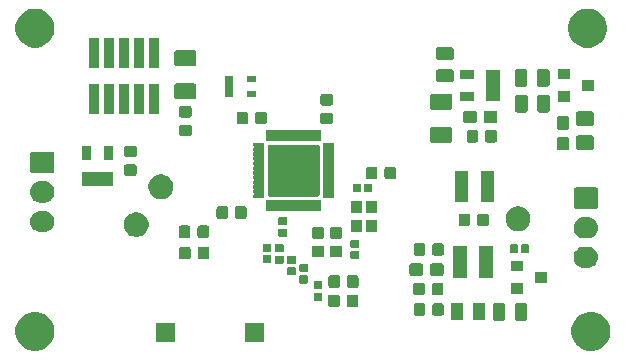
<source format=gbr>
G04 #@! TF.GenerationSoftware,KiCad,Pcbnew,5.1.4-3.fc30*
G04 #@! TF.CreationDate,2019-11-13T22:00:14+01:00*
G04 #@! TF.ProjectId,dpf_ressure_dumper,6470665f-7265-4737-9375-72655f64756d,rev?*
G04 #@! TF.SameCoordinates,Original*
G04 #@! TF.FileFunction,Soldermask,Top*
G04 #@! TF.FilePolarity,Negative*
%FSLAX46Y46*%
G04 Gerber Fmt 4.6, Leading zero omitted, Abs format (unit mm)*
G04 Created by KiCad (PCBNEW 5.1.4-3.fc30) date 2019-11-13 22:00:14*
%MOMM*%
%LPD*%
G04 APERTURE LIST*
%ADD10C,0.100000*%
G04 APERTURE END LIST*
D10*
G36*
X220187114Y-146466423D02*
G01*
X220460527Y-146520808D01*
X220760808Y-146645189D01*
X221031054Y-146825761D01*
X221260879Y-147055586D01*
X221441451Y-147325832D01*
X221565832Y-147626113D01*
X221629240Y-147944889D01*
X221629240Y-148269911D01*
X221565832Y-148588687D01*
X221441451Y-148888968D01*
X221260879Y-149159214D01*
X221031054Y-149389039D01*
X220760808Y-149569611D01*
X220460527Y-149693992D01*
X220187114Y-149748377D01*
X220141752Y-149757400D01*
X219816728Y-149757400D01*
X219771366Y-149748377D01*
X219497953Y-149693992D01*
X219197672Y-149569611D01*
X218927426Y-149389039D01*
X218697601Y-149159214D01*
X218517029Y-148888968D01*
X218392648Y-148588687D01*
X218329240Y-148269911D01*
X218329240Y-147944889D01*
X218392648Y-147626113D01*
X218517029Y-147325832D01*
X218697601Y-147055586D01*
X218927426Y-146825761D01*
X219197672Y-146645189D01*
X219497953Y-146520808D01*
X219771366Y-146466423D01*
X219816728Y-146457400D01*
X220141752Y-146457400D01*
X220187114Y-146466423D01*
X220187114Y-146466423D01*
G37*
G36*
X173125994Y-146466423D02*
G01*
X173399407Y-146520808D01*
X173699688Y-146645189D01*
X173969934Y-146825761D01*
X174199759Y-147055586D01*
X174380331Y-147325832D01*
X174504712Y-147626113D01*
X174568120Y-147944889D01*
X174568120Y-148269911D01*
X174504712Y-148588687D01*
X174380331Y-148888968D01*
X174199759Y-149159214D01*
X173969934Y-149389039D01*
X173699688Y-149569611D01*
X173399407Y-149693992D01*
X173125994Y-149748377D01*
X173080632Y-149757400D01*
X172755608Y-149757400D01*
X172710246Y-149748377D01*
X172436833Y-149693992D01*
X172136552Y-149569611D01*
X171866306Y-149389039D01*
X171636481Y-149159214D01*
X171455909Y-148888968D01*
X171331528Y-148588687D01*
X171268120Y-148269911D01*
X171268120Y-147944889D01*
X171331528Y-147626113D01*
X171455909Y-147325832D01*
X171636481Y-147055586D01*
X171866306Y-146825761D01*
X172136552Y-146645189D01*
X172436833Y-146520808D01*
X172710246Y-146466423D01*
X172755608Y-146457400D01*
X173080632Y-146457400D01*
X173125994Y-146466423D01*
X173125994Y-146466423D01*
G37*
G36*
X184807800Y-149022700D02*
G01*
X183205800Y-149022700D01*
X183205800Y-147420700D01*
X184807800Y-147420700D01*
X184807800Y-149022700D01*
X184807800Y-149022700D01*
G37*
G36*
X192307800Y-149022700D02*
G01*
X190705800Y-149022700D01*
X190705800Y-147420700D01*
X192307800Y-147420700D01*
X192307800Y-149022700D01*
X192307800Y-149022700D01*
G37*
G36*
X212565868Y-145709965D02*
G01*
X212604538Y-145721696D01*
X212640177Y-145740746D01*
X212671417Y-145766383D01*
X212697054Y-145797623D01*
X212716104Y-145833262D01*
X212727835Y-145871932D01*
X212732400Y-145918288D01*
X212732400Y-146994512D01*
X212727835Y-147040868D01*
X212716104Y-147079538D01*
X212697054Y-147115177D01*
X212671417Y-147146417D01*
X212640177Y-147172054D01*
X212604538Y-147191104D01*
X212565868Y-147202835D01*
X212519512Y-147207400D01*
X211868288Y-147207400D01*
X211821932Y-147202835D01*
X211783262Y-147191104D01*
X211747623Y-147172054D01*
X211716383Y-147146417D01*
X211690746Y-147115177D01*
X211671696Y-147079538D01*
X211659965Y-147040868D01*
X211655400Y-146994512D01*
X211655400Y-145918288D01*
X211659965Y-145871932D01*
X211671696Y-145833262D01*
X211690746Y-145797623D01*
X211716383Y-145766383D01*
X211747623Y-145740746D01*
X211783262Y-145721696D01*
X211821932Y-145709965D01*
X211868288Y-145705400D01*
X212519512Y-145705400D01*
X212565868Y-145709965D01*
X212565868Y-145709965D01*
G37*
G36*
X214440868Y-145709965D02*
G01*
X214479538Y-145721696D01*
X214515177Y-145740746D01*
X214546417Y-145766383D01*
X214572054Y-145797623D01*
X214591104Y-145833262D01*
X214602835Y-145871932D01*
X214607400Y-145918288D01*
X214607400Y-146994512D01*
X214602835Y-147040868D01*
X214591104Y-147079538D01*
X214572054Y-147115177D01*
X214546417Y-147146417D01*
X214515177Y-147172054D01*
X214479538Y-147191104D01*
X214440868Y-147202835D01*
X214394512Y-147207400D01*
X213743288Y-147207400D01*
X213696932Y-147202835D01*
X213658262Y-147191104D01*
X213622623Y-147172054D01*
X213591383Y-147146417D01*
X213565746Y-147115177D01*
X213546696Y-147079538D01*
X213534965Y-147040868D01*
X213530400Y-146994512D01*
X213530400Y-145918288D01*
X213534965Y-145871932D01*
X213546696Y-145833262D01*
X213565746Y-145797623D01*
X213591383Y-145766383D01*
X213622623Y-145740746D01*
X213658262Y-145721696D01*
X213696932Y-145709965D01*
X213743288Y-145705400D01*
X214394512Y-145705400D01*
X214440868Y-145709965D01*
X214440868Y-145709965D01*
G37*
G36*
X210884868Y-145684565D02*
G01*
X210923538Y-145696296D01*
X210959177Y-145715346D01*
X210990417Y-145740983D01*
X211016054Y-145772223D01*
X211035104Y-145807862D01*
X211046835Y-145846532D01*
X211051400Y-145892888D01*
X211051400Y-146969112D01*
X211046835Y-147015468D01*
X211035104Y-147054138D01*
X211016054Y-147089777D01*
X210990417Y-147121017D01*
X210959177Y-147146654D01*
X210923538Y-147165704D01*
X210884868Y-147177435D01*
X210838512Y-147182000D01*
X210187288Y-147182000D01*
X210140932Y-147177435D01*
X210102262Y-147165704D01*
X210066623Y-147146654D01*
X210035383Y-147121017D01*
X210009746Y-147089777D01*
X209990696Y-147054138D01*
X209978965Y-147015468D01*
X209974400Y-146969112D01*
X209974400Y-145892888D01*
X209978965Y-145846532D01*
X209990696Y-145807862D01*
X210009746Y-145772223D01*
X210035383Y-145740983D01*
X210066623Y-145715346D01*
X210102262Y-145696296D01*
X210140932Y-145684565D01*
X210187288Y-145680000D01*
X210838512Y-145680000D01*
X210884868Y-145684565D01*
X210884868Y-145684565D01*
G37*
G36*
X209009868Y-145684565D02*
G01*
X209048538Y-145696296D01*
X209084177Y-145715346D01*
X209115417Y-145740983D01*
X209141054Y-145772223D01*
X209160104Y-145807862D01*
X209171835Y-145846532D01*
X209176400Y-145892888D01*
X209176400Y-146969112D01*
X209171835Y-147015468D01*
X209160104Y-147054138D01*
X209141054Y-147089777D01*
X209115417Y-147121017D01*
X209084177Y-147146654D01*
X209048538Y-147165704D01*
X209009868Y-147177435D01*
X208963512Y-147182000D01*
X208312288Y-147182000D01*
X208265932Y-147177435D01*
X208227262Y-147165704D01*
X208191623Y-147146654D01*
X208160383Y-147121017D01*
X208134746Y-147089777D01*
X208115696Y-147054138D01*
X208103965Y-147015468D01*
X208099400Y-146969112D01*
X208099400Y-145892888D01*
X208103965Y-145846532D01*
X208115696Y-145807862D01*
X208134746Y-145772223D01*
X208160383Y-145740983D01*
X208191623Y-145715346D01*
X208227262Y-145696296D01*
X208265932Y-145684565D01*
X208312288Y-145680000D01*
X208963512Y-145680000D01*
X209009868Y-145684565D01*
X209009868Y-145684565D01*
G37*
G36*
X205802591Y-145731285D02*
G01*
X205836569Y-145741593D01*
X205867890Y-145758334D01*
X205895339Y-145780861D01*
X205917866Y-145808310D01*
X205934607Y-145839631D01*
X205944915Y-145873609D01*
X205949000Y-145915090D01*
X205949000Y-146591310D01*
X205944915Y-146632791D01*
X205934607Y-146666769D01*
X205917866Y-146698090D01*
X205895339Y-146725539D01*
X205867890Y-146748066D01*
X205836569Y-146764807D01*
X205802591Y-146775115D01*
X205761110Y-146779200D01*
X205159890Y-146779200D01*
X205118409Y-146775115D01*
X205084431Y-146764807D01*
X205053110Y-146748066D01*
X205025661Y-146725539D01*
X205003134Y-146698090D01*
X204986393Y-146666769D01*
X204976085Y-146632791D01*
X204972000Y-146591310D01*
X204972000Y-145915090D01*
X204976085Y-145873609D01*
X204986393Y-145839631D01*
X205003134Y-145808310D01*
X205025661Y-145780861D01*
X205053110Y-145758334D01*
X205084431Y-145741593D01*
X205118409Y-145731285D01*
X205159890Y-145727200D01*
X205761110Y-145727200D01*
X205802591Y-145731285D01*
X205802591Y-145731285D01*
G37*
G36*
X207377591Y-145731285D02*
G01*
X207411569Y-145741593D01*
X207442890Y-145758334D01*
X207470339Y-145780861D01*
X207492866Y-145808310D01*
X207509607Y-145839631D01*
X207519915Y-145873609D01*
X207524000Y-145915090D01*
X207524000Y-146591310D01*
X207519915Y-146632791D01*
X207509607Y-146666769D01*
X207492866Y-146698090D01*
X207470339Y-146725539D01*
X207442890Y-146748066D01*
X207411569Y-146764807D01*
X207377591Y-146775115D01*
X207336110Y-146779200D01*
X206734890Y-146779200D01*
X206693409Y-146775115D01*
X206659431Y-146764807D01*
X206628110Y-146748066D01*
X206600661Y-146725539D01*
X206578134Y-146698090D01*
X206561393Y-146666769D01*
X206551085Y-146632791D01*
X206547000Y-146591310D01*
X206547000Y-145915090D01*
X206551085Y-145873609D01*
X206561393Y-145839631D01*
X206578134Y-145808310D01*
X206600661Y-145780861D01*
X206628110Y-145758334D01*
X206659431Y-145741593D01*
X206693409Y-145731285D01*
X206734890Y-145727200D01*
X207336110Y-145727200D01*
X207377591Y-145731285D01*
X207377591Y-145731285D01*
G37*
G36*
X198563591Y-144994685D02*
G01*
X198597569Y-145004993D01*
X198628890Y-145021734D01*
X198656339Y-145044261D01*
X198678866Y-145071710D01*
X198695607Y-145103031D01*
X198705915Y-145137009D01*
X198710000Y-145178490D01*
X198710000Y-145854710D01*
X198705915Y-145896191D01*
X198695607Y-145930169D01*
X198678866Y-145961490D01*
X198656339Y-145988939D01*
X198628890Y-146011466D01*
X198597569Y-146028207D01*
X198563591Y-146038515D01*
X198522110Y-146042600D01*
X197920890Y-146042600D01*
X197879409Y-146038515D01*
X197845431Y-146028207D01*
X197814110Y-146011466D01*
X197786661Y-145988939D01*
X197764134Y-145961490D01*
X197747393Y-145930169D01*
X197737085Y-145896191D01*
X197733000Y-145854710D01*
X197733000Y-145178490D01*
X197737085Y-145137009D01*
X197747393Y-145103031D01*
X197764134Y-145071710D01*
X197786661Y-145044261D01*
X197814110Y-145021734D01*
X197845431Y-145004993D01*
X197879409Y-144994685D01*
X197920890Y-144990600D01*
X198522110Y-144990600D01*
X198563591Y-144994685D01*
X198563591Y-144994685D01*
G37*
G36*
X200138591Y-144994685D02*
G01*
X200172569Y-145004993D01*
X200203890Y-145021734D01*
X200231339Y-145044261D01*
X200253866Y-145071710D01*
X200270607Y-145103031D01*
X200280915Y-145137009D01*
X200285000Y-145178490D01*
X200285000Y-145854710D01*
X200280915Y-145896191D01*
X200270607Y-145930169D01*
X200253866Y-145961490D01*
X200231339Y-145988939D01*
X200203890Y-146011466D01*
X200172569Y-146028207D01*
X200138591Y-146038515D01*
X200097110Y-146042600D01*
X199495890Y-146042600D01*
X199454409Y-146038515D01*
X199420431Y-146028207D01*
X199389110Y-146011466D01*
X199361661Y-145988939D01*
X199339134Y-145961490D01*
X199322393Y-145930169D01*
X199312085Y-145896191D01*
X199308000Y-145854710D01*
X199308000Y-145178490D01*
X199312085Y-145137009D01*
X199322393Y-145103031D01*
X199339134Y-145071710D01*
X199361661Y-145044261D01*
X199389110Y-145021734D01*
X199420431Y-145004993D01*
X199454409Y-144994685D01*
X199495890Y-144990600D01*
X200097110Y-144990600D01*
X200138591Y-144994685D01*
X200138591Y-144994685D01*
G37*
G36*
X197157338Y-144845516D02*
G01*
X197177957Y-144851771D01*
X197196953Y-144861924D01*
X197213608Y-144875592D01*
X197227276Y-144892247D01*
X197237429Y-144911243D01*
X197243684Y-144931862D01*
X197246400Y-144959440D01*
X197246400Y-145418160D01*
X197243684Y-145445738D01*
X197237429Y-145466357D01*
X197227276Y-145485353D01*
X197213608Y-145502008D01*
X197196953Y-145515676D01*
X197177957Y-145525829D01*
X197157338Y-145532084D01*
X197129760Y-145534800D01*
X196621040Y-145534800D01*
X196593462Y-145532084D01*
X196572843Y-145525829D01*
X196553847Y-145515676D01*
X196537192Y-145502008D01*
X196523524Y-145485353D01*
X196513371Y-145466357D01*
X196507116Y-145445738D01*
X196504400Y-145418160D01*
X196504400Y-144959440D01*
X196507116Y-144931862D01*
X196513371Y-144911243D01*
X196523524Y-144892247D01*
X196537192Y-144875592D01*
X196553847Y-144861924D01*
X196572843Y-144851771D01*
X196593462Y-144845516D01*
X196621040Y-144842800D01*
X197129760Y-144842800D01*
X197157338Y-144845516D01*
X197157338Y-144845516D01*
G37*
G36*
X207352191Y-144004085D02*
G01*
X207386169Y-144014393D01*
X207417490Y-144031134D01*
X207444939Y-144053661D01*
X207467466Y-144081110D01*
X207484207Y-144112431D01*
X207494515Y-144146409D01*
X207498600Y-144187890D01*
X207498600Y-144864110D01*
X207494515Y-144905591D01*
X207484207Y-144939569D01*
X207467466Y-144970890D01*
X207444939Y-144998339D01*
X207417490Y-145020866D01*
X207386169Y-145037607D01*
X207352191Y-145047915D01*
X207310710Y-145052000D01*
X206709490Y-145052000D01*
X206668009Y-145047915D01*
X206634031Y-145037607D01*
X206602710Y-145020866D01*
X206575261Y-144998339D01*
X206552734Y-144970890D01*
X206535993Y-144939569D01*
X206525685Y-144905591D01*
X206521600Y-144864110D01*
X206521600Y-144187890D01*
X206525685Y-144146409D01*
X206535993Y-144112431D01*
X206552734Y-144081110D01*
X206575261Y-144053661D01*
X206602710Y-144031134D01*
X206634031Y-144014393D01*
X206668009Y-144004085D01*
X206709490Y-144000000D01*
X207310710Y-144000000D01*
X207352191Y-144004085D01*
X207352191Y-144004085D01*
G37*
G36*
X205777191Y-144004085D02*
G01*
X205811169Y-144014393D01*
X205842490Y-144031134D01*
X205869939Y-144053661D01*
X205892466Y-144081110D01*
X205909207Y-144112431D01*
X205919515Y-144146409D01*
X205923600Y-144187890D01*
X205923600Y-144864110D01*
X205919515Y-144905591D01*
X205909207Y-144939569D01*
X205892466Y-144970890D01*
X205869939Y-144998339D01*
X205842490Y-145020866D01*
X205811169Y-145037607D01*
X205777191Y-145047915D01*
X205735710Y-145052000D01*
X205134490Y-145052000D01*
X205093009Y-145047915D01*
X205059031Y-145037607D01*
X205027710Y-145020866D01*
X205000261Y-144998339D01*
X204977734Y-144970890D01*
X204960993Y-144939569D01*
X204950685Y-144905591D01*
X204946600Y-144864110D01*
X204946600Y-144187890D01*
X204950685Y-144146409D01*
X204960993Y-144112431D01*
X204977734Y-144081110D01*
X205000261Y-144053661D01*
X205027710Y-144031134D01*
X205059031Y-144014393D01*
X205093009Y-144004085D01*
X205134490Y-144000000D01*
X205735710Y-144000000D01*
X205777191Y-144004085D01*
X205777191Y-144004085D01*
G37*
G36*
X214232600Y-144936400D02*
G01*
X213230600Y-144936400D01*
X213230600Y-144034400D01*
X214232600Y-144034400D01*
X214232600Y-144936400D01*
X214232600Y-144936400D01*
G37*
G36*
X197157338Y-143875516D02*
G01*
X197177957Y-143881771D01*
X197196953Y-143891924D01*
X197213608Y-143905592D01*
X197227276Y-143922247D01*
X197237429Y-143941243D01*
X197243684Y-143961862D01*
X197246400Y-143989440D01*
X197246400Y-144448160D01*
X197243684Y-144475738D01*
X197237429Y-144496357D01*
X197227276Y-144515353D01*
X197213608Y-144532008D01*
X197196953Y-144545676D01*
X197177957Y-144555829D01*
X197157338Y-144562084D01*
X197129760Y-144564800D01*
X196621040Y-144564800D01*
X196593462Y-144562084D01*
X196572843Y-144555829D01*
X196553847Y-144545676D01*
X196537192Y-144532008D01*
X196523524Y-144515353D01*
X196513371Y-144496357D01*
X196507116Y-144475738D01*
X196504400Y-144448160D01*
X196504400Y-143989440D01*
X196507116Y-143961862D01*
X196513371Y-143941243D01*
X196523524Y-143922247D01*
X196537192Y-143905592D01*
X196553847Y-143891924D01*
X196572843Y-143881771D01*
X196593462Y-143875516D01*
X196621040Y-143872800D01*
X197129760Y-143872800D01*
X197157338Y-143875516D01*
X197157338Y-143875516D01*
G37*
G36*
X200163991Y-143369085D02*
G01*
X200197969Y-143379393D01*
X200229290Y-143396134D01*
X200256739Y-143418661D01*
X200279266Y-143446110D01*
X200296007Y-143477431D01*
X200306315Y-143511409D01*
X200310400Y-143552890D01*
X200310400Y-144229110D01*
X200306315Y-144270591D01*
X200296007Y-144304569D01*
X200279266Y-144335890D01*
X200256739Y-144363339D01*
X200229290Y-144385866D01*
X200197969Y-144402607D01*
X200163991Y-144412915D01*
X200122510Y-144417000D01*
X199521290Y-144417000D01*
X199479809Y-144412915D01*
X199445831Y-144402607D01*
X199414510Y-144385866D01*
X199387061Y-144363339D01*
X199364534Y-144335890D01*
X199347793Y-144304569D01*
X199337485Y-144270591D01*
X199333400Y-144229110D01*
X199333400Y-143552890D01*
X199337485Y-143511409D01*
X199347793Y-143477431D01*
X199364534Y-143446110D01*
X199387061Y-143418661D01*
X199414510Y-143396134D01*
X199445831Y-143379393D01*
X199479809Y-143369085D01*
X199521290Y-143365000D01*
X200122510Y-143365000D01*
X200163991Y-143369085D01*
X200163991Y-143369085D01*
G37*
G36*
X198588991Y-143369085D02*
G01*
X198622969Y-143379393D01*
X198654290Y-143396134D01*
X198681739Y-143418661D01*
X198704266Y-143446110D01*
X198721007Y-143477431D01*
X198731315Y-143511409D01*
X198735400Y-143552890D01*
X198735400Y-144229110D01*
X198731315Y-144270591D01*
X198721007Y-144304569D01*
X198704266Y-144335890D01*
X198681739Y-144363339D01*
X198654290Y-144385866D01*
X198622969Y-144402607D01*
X198588991Y-144412915D01*
X198547510Y-144417000D01*
X197946290Y-144417000D01*
X197904809Y-144412915D01*
X197870831Y-144402607D01*
X197839510Y-144385866D01*
X197812061Y-144363339D01*
X197789534Y-144335890D01*
X197772793Y-144304569D01*
X197762485Y-144270591D01*
X197758400Y-144229110D01*
X197758400Y-143552890D01*
X197762485Y-143511409D01*
X197772793Y-143477431D01*
X197789534Y-143446110D01*
X197812061Y-143418661D01*
X197839510Y-143396134D01*
X197870831Y-143379393D01*
X197904809Y-143369085D01*
X197946290Y-143365000D01*
X198547510Y-143365000D01*
X198588991Y-143369085D01*
X198588991Y-143369085D01*
G37*
G36*
X195963538Y-143372316D02*
G01*
X195984157Y-143378571D01*
X196003153Y-143388724D01*
X196019808Y-143402392D01*
X196033476Y-143419047D01*
X196043629Y-143438043D01*
X196049884Y-143458662D01*
X196052600Y-143486240D01*
X196052600Y-143944960D01*
X196049884Y-143972538D01*
X196043629Y-143993157D01*
X196033476Y-144012153D01*
X196019808Y-144028808D01*
X196003153Y-144042476D01*
X195984157Y-144052629D01*
X195963538Y-144058884D01*
X195935960Y-144061600D01*
X195427240Y-144061600D01*
X195399662Y-144058884D01*
X195379043Y-144052629D01*
X195360047Y-144042476D01*
X195343392Y-144028808D01*
X195329724Y-144012153D01*
X195319571Y-143993157D01*
X195313316Y-143972538D01*
X195310600Y-143944960D01*
X195310600Y-143486240D01*
X195313316Y-143458662D01*
X195319571Y-143438043D01*
X195329724Y-143419047D01*
X195343392Y-143402392D01*
X195360047Y-143388724D01*
X195379043Y-143378571D01*
X195399662Y-143372316D01*
X195427240Y-143369600D01*
X195935960Y-143369600D01*
X195963538Y-143372316D01*
X195963538Y-143372316D01*
G37*
G36*
X216232600Y-143986400D02*
G01*
X215230600Y-143986400D01*
X215230600Y-143084400D01*
X216232600Y-143084400D01*
X216232600Y-143986400D01*
X216232600Y-143986400D01*
G37*
G36*
X211662800Y-143566000D02*
G01*
X210500800Y-143566000D01*
X210500800Y-140914000D01*
X211662800Y-140914000D01*
X211662800Y-143566000D01*
X211662800Y-143566000D01*
G37*
G36*
X209462800Y-143566000D02*
G01*
X208300800Y-143566000D01*
X208300800Y-140914000D01*
X209462800Y-140914000D01*
X209462800Y-143566000D01*
X209462800Y-143566000D01*
G37*
G36*
X205609699Y-142353445D02*
G01*
X205647195Y-142364820D01*
X205681754Y-142383292D01*
X205712047Y-142408153D01*
X205736908Y-142438446D01*
X205755380Y-142473005D01*
X205766755Y-142510501D01*
X205771200Y-142555638D01*
X205771200Y-143194362D01*
X205766755Y-143239499D01*
X205755380Y-143276995D01*
X205736908Y-143311554D01*
X205712047Y-143341847D01*
X205681754Y-143366708D01*
X205647195Y-143385180D01*
X205609699Y-143396555D01*
X205564562Y-143401000D01*
X204825838Y-143401000D01*
X204780701Y-143396555D01*
X204743205Y-143385180D01*
X204708646Y-143366708D01*
X204678353Y-143341847D01*
X204653492Y-143311554D01*
X204635020Y-143276995D01*
X204623645Y-143239499D01*
X204619200Y-143194362D01*
X204619200Y-142555638D01*
X204623645Y-142510501D01*
X204635020Y-142473005D01*
X204653492Y-142438446D01*
X204678353Y-142408153D01*
X204708646Y-142383292D01*
X204743205Y-142364820D01*
X204780701Y-142353445D01*
X204825838Y-142349000D01*
X205564562Y-142349000D01*
X205609699Y-142353445D01*
X205609699Y-142353445D01*
G37*
G36*
X207359699Y-142353445D02*
G01*
X207397195Y-142364820D01*
X207431754Y-142383292D01*
X207462047Y-142408153D01*
X207486908Y-142438446D01*
X207505380Y-142473005D01*
X207516755Y-142510501D01*
X207521200Y-142555638D01*
X207521200Y-143194362D01*
X207516755Y-143239499D01*
X207505380Y-143276995D01*
X207486908Y-143311554D01*
X207462047Y-143341847D01*
X207431754Y-143366708D01*
X207397195Y-143385180D01*
X207359699Y-143396555D01*
X207314562Y-143401000D01*
X206575838Y-143401000D01*
X206530701Y-143396555D01*
X206493205Y-143385180D01*
X206458646Y-143366708D01*
X206428353Y-143341847D01*
X206403492Y-143311554D01*
X206385020Y-143276995D01*
X206373645Y-143239499D01*
X206369200Y-143194362D01*
X206369200Y-142555638D01*
X206373645Y-142510501D01*
X206385020Y-142473005D01*
X206403492Y-142438446D01*
X206428353Y-142408153D01*
X206458646Y-142383292D01*
X206493205Y-142364820D01*
X206530701Y-142353445D01*
X206575838Y-142349000D01*
X207314562Y-142349000D01*
X207359699Y-142353445D01*
X207359699Y-142353445D01*
G37*
G36*
X194922138Y-142686516D02*
G01*
X194942757Y-142692771D01*
X194961753Y-142702924D01*
X194978408Y-142716592D01*
X194992076Y-142733247D01*
X195002229Y-142752243D01*
X195008484Y-142772862D01*
X195011200Y-142800440D01*
X195011200Y-143259160D01*
X195008484Y-143286738D01*
X195002229Y-143307357D01*
X194992076Y-143326353D01*
X194978408Y-143343008D01*
X194961753Y-143356676D01*
X194942757Y-143366829D01*
X194922138Y-143373084D01*
X194894560Y-143375800D01*
X194385840Y-143375800D01*
X194358262Y-143373084D01*
X194337643Y-143366829D01*
X194318647Y-143356676D01*
X194301992Y-143343008D01*
X194288324Y-143326353D01*
X194278171Y-143307357D01*
X194271916Y-143286738D01*
X194269200Y-143259160D01*
X194269200Y-142800440D01*
X194271916Y-142772862D01*
X194278171Y-142752243D01*
X194288324Y-142733247D01*
X194301992Y-142716592D01*
X194318647Y-142702924D01*
X194337643Y-142692771D01*
X194358262Y-142686516D01*
X194385840Y-142683800D01*
X194894560Y-142683800D01*
X194922138Y-142686516D01*
X194922138Y-142686516D01*
G37*
G36*
X195963538Y-142402316D02*
G01*
X195984157Y-142408571D01*
X196003153Y-142418724D01*
X196019808Y-142432392D01*
X196033476Y-142449047D01*
X196043629Y-142468043D01*
X196049884Y-142488662D01*
X196052600Y-142516240D01*
X196052600Y-142974960D01*
X196049884Y-143002538D01*
X196043629Y-143023157D01*
X196033476Y-143042153D01*
X196019808Y-143058808D01*
X196003153Y-143072476D01*
X195984157Y-143082629D01*
X195963538Y-143088884D01*
X195935960Y-143091600D01*
X195427240Y-143091600D01*
X195399662Y-143088884D01*
X195379043Y-143082629D01*
X195360047Y-143072476D01*
X195343392Y-143058808D01*
X195329724Y-143042153D01*
X195319571Y-143023157D01*
X195313316Y-143002538D01*
X195310600Y-142974960D01*
X195310600Y-142516240D01*
X195313316Y-142488662D01*
X195319571Y-142468043D01*
X195329724Y-142449047D01*
X195343392Y-142432392D01*
X195360047Y-142418724D01*
X195379043Y-142408571D01*
X195399662Y-142402316D01*
X195427240Y-142399600D01*
X195935960Y-142399600D01*
X195963538Y-142402316D01*
X195963538Y-142402316D01*
G37*
G36*
X214232600Y-143036400D02*
G01*
X213230600Y-143036400D01*
X213230600Y-142134400D01*
X214232600Y-142134400D01*
X214232600Y-143036400D01*
X214232600Y-143036400D01*
G37*
G36*
X219781067Y-140934139D02*
G01*
X219859227Y-140941837D01*
X220029066Y-140993357D01*
X220185591Y-141077022D01*
X220211651Y-141098409D01*
X220322786Y-141189614D01*
X220391349Y-141273160D01*
X220435378Y-141326809D01*
X220519043Y-141483334D01*
X220570563Y-141653173D01*
X220587959Y-141829800D01*
X220570563Y-142006427D01*
X220519043Y-142176266D01*
X220435378Y-142332791D01*
X220406048Y-142368529D01*
X220322786Y-142469986D01*
X220238875Y-142538849D01*
X220185591Y-142582578D01*
X220029066Y-142666243D01*
X219859227Y-142717763D01*
X219793043Y-142724281D01*
X219726860Y-142730800D01*
X219388340Y-142730800D01*
X219322157Y-142724281D01*
X219255973Y-142717763D01*
X219086134Y-142666243D01*
X218929609Y-142582578D01*
X218876325Y-142538849D01*
X218792414Y-142469986D01*
X218709152Y-142368529D01*
X218679822Y-142332791D01*
X218596157Y-142176266D01*
X218544637Y-142006427D01*
X218527241Y-141829800D01*
X218544637Y-141653173D01*
X218596157Y-141483334D01*
X218679822Y-141326809D01*
X218723851Y-141273160D01*
X218792414Y-141189614D01*
X218903549Y-141098409D01*
X218929609Y-141077022D01*
X219086134Y-140993357D01*
X219255973Y-140941837D01*
X219334133Y-140934139D01*
X219388340Y-140928800D01*
X219726860Y-140928800D01*
X219781067Y-140934139D01*
X219781067Y-140934139D01*
G37*
G36*
X194922138Y-141716516D02*
G01*
X194942757Y-141722771D01*
X194961753Y-141732924D01*
X194978408Y-141746592D01*
X194992076Y-141763247D01*
X195002229Y-141782243D01*
X195008484Y-141802862D01*
X195011200Y-141830440D01*
X195011200Y-142289160D01*
X195008484Y-142316738D01*
X195002229Y-142337357D01*
X194992076Y-142356353D01*
X194978408Y-142373008D01*
X194961753Y-142386676D01*
X194942757Y-142396829D01*
X194922138Y-142403084D01*
X194894560Y-142405800D01*
X194385840Y-142405800D01*
X194358262Y-142403084D01*
X194337643Y-142396829D01*
X194318647Y-142386676D01*
X194301992Y-142373008D01*
X194288324Y-142356353D01*
X194278171Y-142337357D01*
X194271916Y-142316738D01*
X194269200Y-142289160D01*
X194269200Y-141830440D01*
X194271916Y-141802862D01*
X194278171Y-141782243D01*
X194288324Y-141763247D01*
X194301992Y-141746592D01*
X194318647Y-141732924D01*
X194337643Y-141722771D01*
X194358262Y-141716516D01*
X194385840Y-141713800D01*
X194894560Y-141713800D01*
X194922138Y-141716516D01*
X194922138Y-141716516D01*
G37*
G36*
X193880738Y-141695916D02*
G01*
X193901357Y-141702171D01*
X193920353Y-141712324D01*
X193937008Y-141725992D01*
X193950676Y-141742647D01*
X193960829Y-141761643D01*
X193967084Y-141782262D01*
X193969800Y-141809840D01*
X193969800Y-142268560D01*
X193967084Y-142296138D01*
X193960829Y-142316757D01*
X193950676Y-142335753D01*
X193937008Y-142352408D01*
X193920353Y-142366076D01*
X193901357Y-142376229D01*
X193880738Y-142382484D01*
X193853160Y-142385200D01*
X193344440Y-142385200D01*
X193316862Y-142382484D01*
X193296243Y-142376229D01*
X193277247Y-142366076D01*
X193260592Y-142352408D01*
X193246924Y-142335753D01*
X193236771Y-142316757D01*
X193230516Y-142296138D01*
X193227800Y-142268560D01*
X193227800Y-141809840D01*
X193230516Y-141782262D01*
X193236771Y-141761643D01*
X193246924Y-141742647D01*
X193260592Y-141725992D01*
X193277247Y-141712324D01*
X193296243Y-141702171D01*
X193316862Y-141695916D01*
X193344440Y-141693200D01*
X193853160Y-141693200D01*
X193880738Y-141695916D01*
X193880738Y-141695916D01*
G37*
G36*
X192839338Y-141670516D02*
G01*
X192859957Y-141676771D01*
X192878953Y-141686924D01*
X192895608Y-141700592D01*
X192909276Y-141717247D01*
X192919429Y-141736243D01*
X192925684Y-141756862D01*
X192928400Y-141784440D01*
X192928400Y-142243160D01*
X192925684Y-142270738D01*
X192919429Y-142291357D01*
X192909276Y-142310353D01*
X192895608Y-142327008D01*
X192878953Y-142340676D01*
X192859957Y-142350829D01*
X192839338Y-142357084D01*
X192811760Y-142359800D01*
X192303040Y-142359800D01*
X192275462Y-142357084D01*
X192254843Y-142350829D01*
X192235847Y-142340676D01*
X192219192Y-142327008D01*
X192205524Y-142310353D01*
X192195371Y-142291357D01*
X192189116Y-142270738D01*
X192186400Y-142243160D01*
X192186400Y-141784440D01*
X192189116Y-141756862D01*
X192195371Y-141736243D01*
X192205524Y-141717247D01*
X192219192Y-141700592D01*
X192235847Y-141686924D01*
X192254843Y-141676771D01*
X192275462Y-141670516D01*
X192303040Y-141667800D01*
X192811760Y-141667800D01*
X192839338Y-141670516D01*
X192839338Y-141670516D01*
G37*
G36*
X200281538Y-141314916D02*
G01*
X200302157Y-141321171D01*
X200321153Y-141331324D01*
X200337808Y-141344992D01*
X200351476Y-141361647D01*
X200361629Y-141380643D01*
X200367884Y-141401262D01*
X200370600Y-141428840D01*
X200370600Y-141887560D01*
X200367884Y-141915138D01*
X200361629Y-141935757D01*
X200351476Y-141954753D01*
X200337808Y-141971408D01*
X200321153Y-141985076D01*
X200302157Y-141995229D01*
X200281538Y-142001484D01*
X200253960Y-142004200D01*
X199745240Y-142004200D01*
X199717662Y-142001484D01*
X199697043Y-141995229D01*
X199678047Y-141985076D01*
X199661392Y-141971408D01*
X199647724Y-141954753D01*
X199637571Y-141935757D01*
X199631316Y-141915138D01*
X199628600Y-141887560D01*
X199628600Y-141428840D01*
X199631316Y-141401262D01*
X199637571Y-141380643D01*
X199647724Y-141361647D01*
X199661392Y-141344992D01*
X199678047Y-141331324D01*
X199697043Y-141321171D01*
X199717662Y-141314916D01*
X199745240Y-141312200D01*
X200253960Y-141312200D01*
X200281538Y-141314916D01*
X200281538Y-141314916D01*
G37*
G36*
X187519871Y-140956085D02*
G01*
X187553849Y-140966393D01*
X187585170Y-140983134D01*
X187612619Y-141005661D01*
X187635146Y-141033110D01*
X187651887Y-141064431D01*
X187662195Y-141098409D01*
X187666280Y-141139890D01*
X187666280Y-141816110D01*
X187662195Y-141857591D01*
X187651887Y-141891569D01*
X187635146Y-141922890D01*
X187612619Y-141950339D01*
X187585170Y-141972866D01*
X187553849Y-141989607D01*
X187519871Y-141999915D01*
X187478390Y-142004000D01*
X186877170Y-142004000D01*
X186835689Y-141999915D01*
X186801711Y-141989607D01*
X186770390Y-141972866D01*
X186742941Y-141950339D01*
X186720414Y-141922890D01*
X186703673Y-141891569D01*
X186693365Y-141857591D01*
X186689280Y-141816110D01*
X186689280Y-141139890D01*
X186693365Y-141098409D01*
X186703673Y-141064431D01*
X186720414Y-141033110D01*
X186742941Y-141005661D01*
X186770390Y-140983134D01*
X186801711Y-140966393D01*
X186835689Y-140956085D01*
X186877170Y-140952000D01*
X187478390Y-140952000D01*
X187519871Y-140956085D01*
X187519871Y-140956085D01*
G37*
G36*
X185944871Y-140956085D02*
G01*
X185978849Y-140966393D01*
X186010170Y-140983134D01*
X186037619Y-141005661D01*
X186060146Y-141033110D01*
X186076887Y-141064431D01*
X186087195Y-141098409D01*
X186091280Y-141139890D01*
X186091280Y-141816110D01*
X186087195Y-141857591D01*
X186076887Y-141891569D01*
X186060146Y-141922890D01*
X186037619Y-141950339D01*
X186010170Y-141972866D01*
X185978849Y-141989607D01*
X185944871Y-141999915D01*
X185903390Y-142004000D01*
X185302170Y-142004000D01*
X185260689Y-141999915D01*
X185226711Y-141989607D01*
X185195390Y-141972866D01*
X185167941Y-141950339D01*
X185145414Y-141922890D01*
X185128673Y-141891569D01*
X185118365Y-141857591D01*
X185114280Y-141816110D01*
X185114280Y-141139890D01*
X185118365Y-141098409D01*
X185128673Y-141064431D01*
X185145414Y-141033110D01*
X185167941Y-141005661D01*
X185195390Y-140983134D01*
X185226711Y-140966393D01*
X185260689Y-140956085D01*
X185302170Y-140952000D01*
X185903390Y-140952000D01*
X185944871Y-140956085D01*
X185944871Y-140956085D01*
G37*
G36*
X197254991Y-140866685D02*
G01*
X197288969Y-140876993D01*
X197320290Y-140893734D01*
X197347739Y-140916261D01*
X197370266Y-140943710D01*
X197387007Y-140975031D01*
X197397315Y-141009009D01*
X197401400Y-141050490D01*
X197401400Y-141651710D01*
X197397315Y-141693191D01*
X197387007Y-141727169D01*
X197370266Y-141758490D01*
X197347739Y-141785939D01*
X197320290Y-141808466D01*
X197288969Y-141825207D01*
X197254991Y-141835515D01*
X197213510Y-141839600D01*
X196537290Y-141839600D01*
X196495809Y-141835515D01*
X196461831Y-141825207D01*
X196430510Y-141808466D01*
X196403061Y-141785939D01*
X196380534Y-141758490D01*
X196363793Y-141727169D01*
X196353485Y-141693191D01*
X196349400Y-141651710D01*
X196349400Y-141050490D01*
X196353485Y-141009009D01*
X196363793Y-140975031D01*
X196380534Y-140943710D01*
X196403061Y-140916261D01*
X196430510Y-140893734D01*
X196461831Y-140876993D01*
X196495809Y-140866685D01*
X196537290Y-140862600D01*
X197213510Y-140862600D01*
X197254991Y-140866685D01*
X197254991Y-140866685D01*
G37*
G36*
X198778991Y-140866685D02*
G01*
X198812969Y-140876993D01*
X198844290Y-140893734D01*
X198871739Y-140916261D01*
X198894266Y-140943710D01*
X198911007Y-140975031D01*
X198921315Y-141009009D01*
X198925400Y-141050490D01*
X198925400Y-141651710D01*
X198921315Y-141693191D01*
X198911007Y-141727169D01*
X198894266Y-141758490D01*
X198871739Y-141785939D01*
X198844290Y-141808466D01*
X198812969Y-141825207D01*
X198778991Y-141835515D01*
X198737510Y-141839600D01*
X198061290Y-141839600D01*
X198019809Y-141835515D01*
X197985831Y-141825207D01*
X197954510Y-141808466D01*
X197927061Y-141785939D01*
X197904534Y-141758490D01*
X197887793Y-141727169D01*
X197877485Y-141693191D01*
X197873400Y-141651710D01*
X197873400Y-141050490D01*
X197877485Y-141009009D01*
X197887793Y-140975031D01*
X197904534Y-140943710D01*
X197927061Y-140916261D01*
X197954510Y-140893734D01*
X197985831Y-140876993D01*
X198019809Y-140866685D01*
X198061290Y-140862600D01*
X198737510Y-140862600D01*
X198778991Y-140866685D01*
X198778991Y-140866685D01*
G37*
G36*
X205802591Y-140651285D02*
G01*
X205836569Y-140661593D01*
X205867890Y-140678334D01*
X205895339Y-140700861D01*
X205917866Y-140728310D01*
X205934607Y-140759631D01*
X205944915Y-140793609D01*
X205949000Y-140835090D01*
X205949000Y-141511310D01*
X205944915Y-141552791D01*
X205934607Y-141586769D01*
X205917866Y-141618090D01*
X205895339Y-141645539D01*
X205867890Y-141668066D01*
X205836569Y-141684807D01*
X205802591Y-141695115D01*
X205761110Y-141699200D01*
X205159890Y-141699200D01*
X205118409Y-141695115D01*
X205084431Y-141684807D01*
X205053110Y-141668066D01*
X205025661Y-141645539D01*
X205003134Y-141618090D01*
X204986393Y-141586769D01*
X204976085Y-141552791D01*
X204972000Y-141511310D01*
X204972000Y-140835090D01*
X204976085Y-140793609D01*
X204986393Y-140759631D01*
X205003134Y-140728310D01*
X205025661Y-140700861D01*
X205053110Y-140678334D01*
X205084431Y-140661593D01*
X205118409Y-140651285D01*
X205159890Y-140647200D01*
X205761110Y-140647200D01*
X205802591Y-140651285D01*
X205802591Y-140651285D01*
G37*
G36*
X207377591Y-140651285D02*
G01*
X207411569Y-140661593D01*
X207442890Y-140678334D01*
X207470339Y-140700861D01*
X207492866Y-140728310D01*
X207509607Y-140759631D01*
X207519915Y-140793609D01*
X207524000Y-140835090D01*
X207524000Y-141511310D01*
X207519915Y-141552791D01*
X207509607Y-141586769D01*
X207492866Y-141618090D01*
X207470339Y-141645539D01*
X207442890Y-141668066D01*
X207411569Y-141684807D01*
X207377591Y-141695115D01*
X207336110Y-141699200D01*
X206734890Y-141699200D01*
X206693409Y-141695115D01*
X206659431Y-141684807D01*
X206628110Y-141668066D01*
X206600661Y-141645539D01*
X206578134Y-141618090D01*
X206561393Y-141586769D01*
X206551085Y-141552791D01*
X206547000Y-141511310D01*
X206547000Y-140835090D01*
X206551085Y-140793609D01*
X206561393Y-140759631D01*
X206578134Y-140728310D01*
X206600661Y-140700861D01*
X206628110Y-140678334D01*
X206659431Y-140661593D01*
X206693409Y-140651285D01*
X206734890Y-140647200D01*
X207336110Y-140647200D01*
X207377591Y-140651285D01*
X207377591Y-140651285D01*
G37*
G36*
X214686138Y-140754116D02*
G01*
X214706757Y-140760371D01*
X214725753Y-140770524D01*
X214742408Y-140784192D01*
X214756076Y-140800847D01*
X214766229Y-140819843D01*
X214772484Y-140840462D01*
X214775200Y-140868040D01*
X214775200Y-141376756D01*
X214772484Y-141404338D01*
X214766229Y-141424957D01*
X214756076Y-141443953D01*
X214742408Y-141460608D01*
X214725753Y-141474276D01*
X214706757Y-141484429D01*
X214686138Y-141490684D01*
X214658560Y-141493400D01*
X214199840Y-141493400D01*
X214172262Y-141490684D01*
X214151643Y-141484429D01*
X214132647Y-141474276D01*
X214115992Y-141460608D01*
X214102324Y-141443953D01*
X214092171Y-141424957D01*
X214085916Y-141404338D01*
X214083200Y-141376756D01*
X214083200Y-140868040D01*
X214085916Y-140840462D01*
X214092171Y-140819843D01*
X214102324Y-140800847D01*
X214115992Y-140784192D01*
X214132647Y-140770524D01*
X214151643Y-140760371D01*
X214172262Y-140754116D01*
X214199840Y-140751400D01*
X214658560Y-140751400D01*
X214686138Y-140754116D01*
X214686138Y-140754116D01*
G37*
G36*
X213716138Y-140754116D02*
G01*
X213736757Y-140760371D01*
X213755753Y-140770524D01*
X213772408Y-140784192D01*
X213786076Y-140800847D01*
X213796229Y-140819843D01*
X213802484Y-140840462D01*
X213805200Y-140868040D01*
X213805200Y-141376756D01*
X213802484Y-141404338D01*
X213796229Y-141424957D01*
X213786076Y-141443953D01*
X213772408Y-141460608D01*
X213755753Y-141474276D01*
X213736757Y-141484429D01*
X213716138Y-141490684D01*
X213688560Y-141493400D01*
X213229840Y-141493400D01*
X213202262Y-141490684D01*
X213181643Y-141484429D01*
X213162647Y-141474276D01*
X213145992Y-141460608D01*
X213132324Y-141443953D01*
X213122171Y-141424957D01*
X213115916Y-141404338D01*
X213113200Y-141376756D01*
X213113200Y-140868040D01*
X213115916Y-140840462D01*
X213122171Y-140819843D01*
X213132324Y-140800847D01*
X213145992Y-140784192D01*
X213162647Y-140770524D01*
X213181643Y-140760371D01*
X213202262Y-140754116D01*
X213229840Y-140751400D01*
X213688560Y-140751400D01*
X213716138Y-140754116D01*
X213716138Y-140754116D01*
G37*
G36*
X193880738Y-140725916D02*
G01*
X193901357Y-140732171D01*
X193920353Y-140742324D01*
X193937008Y-140755992D01*
X193950676Y-140772647D01*
X193960829Y-140791643D01*
X193967084Y-140812262D01*
X193969800Y-140839840D01*
X193969800Y-141298560D01*
X193967084Y-141326138D01*
X193960829Y-141346757D01*
X193950676Y-141365753D01*
X193937008Y-141382408D01*
X193920353Y-141396076D01*
X193901357Y-141406229D01*
X193880738Y-141412484D01*
X193853160Y-141415200D01*
X193344440Y-141415200D01*
X193316862Y-141412484D01*
X193296243Y-141406229D01*
X193277247Y-141396076D01*
X193260592Y-141382408D01*
X193246924Y-141365753D01*
X193236771Y-141346757D01*
X193230516Y-141326138D01*
X193227800Y-141298560D01*
X193227800Y-140839840D01*
X193230516Y-140812262D01*
X193236771Y-140791643D01*
X193246924Y-140772647D01*
X193260592Y-140755992D01*
X193277247Y-140742324D01*
X193296243Y-140732171D01*
X193316862Y-140725916D01*
X193344440Y-140723200D01*
X193853160Y-140723200D01*
X193880738Y-140725916D01*
X193880738Y-140725916D01*
G37*
G36*
X192839338Y-140700516D02*
G01*
X192859957Y-140706771D01*
X192878953Y-140716924D01*
X192895608Y-140730592D01*
X192909276Y-140747247D01*
X192919429Y-140766243D01*
X192925684Y-140786862D01*
X192928400Y-140814440D01*
X192928400Y-141273160D01*
X192925684Y-141300738D01*
X192919429Y-141321357D01*
X192909276Y-141340353D01*
X192895608Y-141357008D01*
X192878953Y-141370676D01*
X192859957Y-141380829D01*
X192839338Y-141387084D01*
X192811760Y-141389800D01*
X192303040Y-141389800D01*
X192275462Y-141387084D01*
X192254843Y-141380829D01*
X192235847Y-141370676D01*
X192219192Y-141357008D01*
X192205524Y-141340353D01*
X192195371Y-141321357D01*
X192189116Y-141300738D01*
X192186400Y-141273160D01*
X192186400Y-140814440D01*
X192189116Y-140786862D01*
X192195371Y-140766243D01*
X192205524Y-140747247D01*
X192219192Y-140730592D01*
X192235847Y-140716924D01*
X192254843Y-140706771D01*
X192275462Y-140700516D01*
X192303040Y-140697800D01*
X192811760Y-140697800D01*
X192839338Y-140700516D01*
X192839338Y-140700516D01*
G37*
G36*
X200281538Y-140344916D02*
G01*
X200302157Y-140351171D01*
X200321153Y-140361324D01*
X200337808Y-140374992D01*
X200351476Y-140391647D01*
X200361629Y-140410643D01*
X200367884Y-140431262D01*
X200370600Y-140458840D01*
X200370600Y-140917560D01*
X200367884Y-140945138D01*
X200361629Y-140965757D01*
X200351476Y-140984753D01*
X200337808Y-141001408D01*
X200321153Y-141015076D01*
X200302157Y-141025229D01*
X200281538Y-141031484D01*
X200253960Y-141034200D01*
X199745240Y-141034200D01*
X199717662Y-141031484D01*
X199697043Y-141025229D01*
X199678047Y-141015076D01*
X199661392Y-141001408D01*
X199647724Y-140984753D01*
X199637571Y-140965757D01*
X199631316Y-140945138D01*
X199628600Y-140917560D01*
X199628600Y-140458840D01*
X199631316Y-140431262D01*
X199637571Y-140410643D01*
X199647724Y-140391647D01*
X199661392Y-140374992D01*
X199678047Y-140361324D01*
X199697043Y-140351171D01*
X199717662Y-140344916D01*
X199745240Y-140342200D01*
X200253960Y-140342200D01*
X200281538Y-140344916D01*
X200281538Y-140344916D01*
G37*
G36*
X198778991Y-139291685D02*
G01*
X198812969Y-139301993D01*
X198844290Y-139318734D01*
X198871739Y-139341261D01*
X198894266Y-139368710D01*
X198911007Y-139400031D01*
X198921315Y-139434009D01*
X198925400Y-139475490D01*
X198925400Y-140076710D01*
X198921315Y-140118191D01*
X198911007Y-140152169D01*
X198894266Y-140183490D01*
X198871739Y-140210939D01*
X198844290Y-140233466D01*
X198812969Y-140250207D01*
X198778991Y-140260515D01*
X198737510Y-140264600D01*
X198061290Y-140264600D01*
X198019809Y-140260515D01*
X197985831Y-140250207D01*
X197954510Y-140233466D01*
X197927061Y-140210939D01*
X197904534Y-140183490D01*
X197887793Y-140152169D01*
X197877485Y-140118191D01*
X197873400Y-140076710D01*
X197873400Y-139475490D01*
X197877485Y-139434009D01*
X197887793Y-139400031D01*
X197904534Y-139368710D01*
X197927061Y-139341261D01*
X197954510Y-139318734D01*
X197985831Y-139301993D01*
X198019809Y-139291685D01*
X198061290Y-139287600D01*
X198737510Y-139287600D01*
X198778991Y-139291685D01*
X198778991Y-139291685D01*
G37*
G36*
X197254991Y-139291685D02*
G01*
X197288969Y-139301993D01*
X197320290Y-139318734D01*
X197347739Y-139341261D01*
X197370266Y-139368710D01*
X197387007Y-139400031D01*
X197397315Y-139434009D01*
X197401400Y-139475490D01*
X197401400Y-140076710D01*
X197397315Y-140118191D01*
X197387007Y-140152169D01*
X197370266Y-140183490D01*
X197347739Y-140210939D01*
X197320290Y-140233466D01*
X197288969Y-140250207D01*
X197254991Y-140260515D01*
X197213510Y-140264600D01*
X196537290Y-140264600D01*
X196495809Y-140260515D01*
X196461831Y-140250207D01*
X196430510Y-140233466D01*
X196403061Y-140210939D01*
X196380534Y-140183490D01*
X196363793Y-140152169D01*
X196353485Y-140118191D01*
X196349400Y-140076710D01*
X196349400Y-139475490D01*
X196353485Y-139434009D01*
X196363793Y-139400031D01*
X196380534Y-139368710D01*
X196403061Y-139341261D01*
X196430510Y-139318734D01*
X196461831Y-139301993D01*
X196495809Y-139291685D01*
X196537290Y-139287600D01*
X197213510Y-139287600D01*
X197254991Y-139291685D01*
X197254991Y-139291685D01*
G37*
G36*
X219793043Y-138435319D02*
G01*
X219859227Y-138441837D01*
X220029066Y-138493357D01*
X220185591Y-138577022D01*
X220221329Y-138606352D01*
X220322786Y-138689614D01*
X220406048Y-138791071D01*
X220435378Y-138826809D01*
X220435379Y-138826811D01*
X220504540Y-138956200D01*
X220519043Y-138983334D01*
X220570563Y-139153173D01*
X220587959Y-139329800D01*
X220570563Y-139506427D01*
X220519043Y-139676266D01*
X220435378Y-139832791D01*
X220406048Y-139868529D01*
X220322786Y-139969986D01*
X220227080Y-140048529D01*
X220185591Y-140082578D01*
X220029066Y-140166243D01*
X219859227Y-140217763D01*
X219801627Y-140223436D01*
X219726860Y-140230800D01*
X219388340Y-140230800D01*
X219313573Y-140223436D01*
X219255973Y-140217763D01*
X219086134Y-140166243D01*
X218929609Y-140082578D01*
X218888120Y-140048529D01*
X218792414Y-139969986D01*
X218709152Y-139868529D01*
X218679822Y-139832791D01*
X218596157Y-139676266D01*
X218544637Y-139506427D01*
X218527241Y-139329800D01*
X218544637Y-139153173D01*
X218596157Y-138983334D01*
X218610661Y-138956200D01*
X218679821Y-138826811D01*
X218679822Y-138826809D01*
X218709152Y-138791071D01*
X218792414Y-138689614D01*
X218893871Y-138606352D01*
X218929609Y-138577022D01*
X219086134Y-138493357D01*
X219255973Y-138441837D01*
X219322157Y-138435319D01*
X219388340Y-138428800D01*
X219726860Y-138428800D01*
X219793043Y-138435319D01*
X219793043Y-138435319D01*
G37*
G36*
X185929631Y-139147605D02*
G01*
X185963609Y-139157913D01*
X185994930Y-139174654D01*
X186022379Y-139197181D01*
X186044906Y-139224630D01*
X186061647Y-139255951D01*
X186071955Y-139289929D01*
X186076040Y-139331410D01*
X186076040Y-140007630D01*
X186071955Y-140049111D01*
X186061647Y-140083089D01*
X186044906Y-140114410D01*
X186022379Y-140141859D01*
X185994930Y-140164386D01*
X185963609Y-140181127D01*
X185929631Y-140191435D01*
X185888150Y-140195520D01*
X185286930Y-140195520D01*
X185245449Y-140191435D01*
X185211471Y-140181127D01*
X185180150Y-140164386D01*
X185152701Y-140141859D01*
X185130174Y-140114410D01*
X185113433Y-140083089D01*
X185103125Y-140049111D01*
X185099040Y-140007630D01*
X185099040Y-139331410D01*
X185103125Y-139289929D01*
X185113433Y-139255951D01*
X185130174Y-139224630D01*
X185152701Y-139197181D01*
X185180150Y-139174654D01*
X185211471Y-139157913D01*
X185245449Y-139147605D01*
X185286930Y-139143520D01*
X185888150Y-139143520D01*
X185929631Y-139147605D01*
X185929631Y-139147605D01*
G37*
G36*
X187504631Y-139147605D02*
G01*
X187538609Y-139157913D01*
X187569930Y-139174654D01*
X187597379Y-139197181D01*
X187619906Y-139224630D01*
X187636647Y-139255951D01*
X187646955Y-139289929D01*
X187651040Y-139331410D01*
X187651040Y-140007630D01*
X187646955Y-140049111D01*
X187636647Y-140083089D01*
X187619906Y-140114410D01*
X187597379Y-140141859D01*
X187569930Y-140164386D01*
X187538609Y-140181127D01*
X187504631Y-140191435D01*
X187463150Y-140195520D01*
X186861930Y-140195520D01*
X186820449Y-140191435D01*
X186786471Y-140181127D01*
X186755150Y-140164386D01*
X186727701Y-140141859D01*
X186705174Y-140114410D01*
X186688433Y-140083089D01*
X186678125Y-140049111D01*
X186674040Y-140007630D01*
X186674040Y-139331410D01*
X186678125Y-139289929D01*
X186688433Y-139255951D01*
X186705174Y-139224630D01*
X186727701Y-139197181D01*
X186755150Y-139174654D01*
X186786471Y-139157913D01*
X186820449Y-139147605D01*
X186861930Y-139143520D01*
X187463150Y-139143520D01*
X187504631Y-139147605D01*
X187504631Y-139147605D01*
G37*
G36*
X181789564Y-138054389D02*
G01*
X181980833Y-138133615D01*
X181980835Y-138133616D01*
X182152973Y-138248635D01*
X182299365Y-138395027D01*
X182405481Y-138553840D01*
X182414385Y-138567167D01*
X182493611Y-138758436D01*
X182534000Y-138961484D01*
X182534000Y-139168516D01*
X182493611Y-139371564D01*
X182415567Y-139559979D01*
X182414384Y-139562835D01*
X182299365Y-139734973D01*
X182152973Y-139881365D01*
X181980835Y-139996384D01*
X181980834Y-139996385D01*
X181980833Y-139996385D01*
X181789564Y-140075611D01*
X181586516Y-140116000D01*
X181379484Y-140116000D01*
X181176436Y-140075611D01*
X180985167Y-139996385D01*
X180985166Y-139996385D01*
X180985165Y-139996384D01*
X180813027Y-139881365D01*
X180666635Y-139734973D01*
X180551616Y-139562835D01*
X180550433Y-139559979D01*
X180472389Y-139371564D01*
X180432000Y-139168516D01*
X180432000Y-138961484D01*
X180472389Y-138758436D01*
X180551615Y-138567167D01*
X180560520Y-138553840D01*
X180666635Y-138395027D01*
X180813027Y-138248635D01*
X180985165Y-138133616D01*
X180985167Y-138133615D01*
X181176436Y-138054389D01*
X181379484Y-138014000D01*
X181586516Y-138014000D01*
X181789564Y-138054389D01*
X181789564Y-138054389D01*
G37*
G36*
X194175378Y-139409916D02*
G01*
X194195997Y-139416171D01*
X194214993Y-139426324D01*
X194231648Y-139439992D01*
X194245316Y-139456647D01*
X194255469Y-139475643D01*
X194261724Y-139496262D01*
X194264440Y-139523840D01*
X194264440Y-139982560D01*
X194261724Y-140010138D01*
X194255469Y-140030757D01*
X194245316Y-140049753D01*
X194231648Y-140066408D01*
X194214993Y-140080076D01*
X194195997Y-140090229D01*
X194175378Y-140096484D01*
X194147800Y-140099200D01*
X193639080Y-140099200D01*
X193611502Y-140096484D01*
X193590883Y-140090229D01*
X193571887Y-140080076D01*
X193555232Y-140066408D01*
X193541564Y-140049753D01*
X193531411Y-140030757D01*
X193525156Y-140010138D01*
X193522440Y-139982560D01*
X193522440Y-139523840D01*
X193525156Y-139496262D01*
X193531411Y-139475643D01*
X193541564Y-139456647D01*
X193555232Y-139439992D01*
X193571887Y-139426324D01*
X193590883Y-139416171D01*
X193611502Y-139409916D01*
X193639080Y-139407200D01*
X194147800Y-139407200D01*
X194175378Y-139409916D01*
X194175378Y-139409916D01*
G37*
G36*
X173765283Y-137912427D02*
G01*
X173834427Y-137919237D01*
X174004266Y-137970757D01*
X174160791Y-138054422D01*
X174196529Y-138083752D01*
X174297986Y-138167014D01*
X174381248Y-138268471D01*
X174410578Y-138304209D01*
X174424765Y-138330750D01*
X174483116Y-138439916D01*
X174494243Y-138460734D01*
X174545763Y-138630573D01*
X174563159Y-138807200D01*
X174545763Y-138983827D01*
X174494243Y-139153666D01*
X174494242Y-139153668D01*
X174485402Y-139170207D01*
X174410578Y-139310191D01*
X174385079Y-139341261D01*
X174297986Y-139447386D01*
X174217077Y-139513785D01*
X174160791Y-139559978D01*
X174004266Y-139643643D01*
X173834427Y-139695163D01*
X173768243Y-139701681D01*
X173702060Y-139708200D01*
X173363540Y-139708200D01*
X173297357Y-139701681D01*
X173231173Y-139695163D01*
X173061334Y-139643643D01*
X172904809Y-139559978D01*
X172848523Y-139513785D01*
X172767614Y-139447386D01*
X172680521Y-139341261D01*
X172655022Y-139310191D01*
X172580198Y-139170207D01*
X172571358Y-139153668D01*
X172571357Y-139153666D01*
X172519837Y-138983827D01*
X172502441Y-138807200D01*
X172519837Y-138630573D01*
X172571357Y-138460734D01*
X172582485Y-138439916D01*
X172640835Y-138330750D01*
X172655022Y-138304209D01*
X172684352Y-138268471D01*
X172767614Y-138167014D01*
X172869071Y-138083752D01*
X172904809Y-138054422D01*
X173061334Y-137970757D01*
X173231173Y-137919237D01*
X173300317Y-137912427D01*
X173363540Y-137906200D01*
X173702060Y-137906200D01*
X173765283Y-137912427D01*
X173765283Y-137912427D01*
G37*
G36*
X200587600Y-139705200D02*
G01*
X199685600Y-139705200D01*
X199685600Y-138703200D01*
X200587600Y-138703200D01*
X200587600Y-139705200D01*
X200587600Y-139705200D01*
G37*
G36*
X201837600Y-139705200D02*
G01*
X200935600Y-139705200D01*
X200935600Y-138703200D01*
X201837600Y-138703200D01*
X201837600Y-139705200D01*
X201837600Y-139705200D01*
G37*
G36*
X214123764Y-137571789D02*
G01*
X214315033Y-137651015D01*
X214315035Y-137651016D01*
X214487173Y-137766035D01*
X214633565Y-137912427D01*
X214728422Y-138054390D01*
X214748585Y-138084567D01*
X214827811Y-138275836D01*
X214868200Y-138478884D01*
X214868200Y-138685916D01*
X214827811Y-138888964D01*
X214785981Y-138989951D01*
X214748584Y-139080235D01*
X214633565Y-139252373D01*
X214487173Y-139398765D01*
X214315035Y-139513784D01*
X214315034Y-139513785D01*
X214315033Y-139513785D01*
X214123764Y-139593011D01*
X213920716Y-139633400D01*
X213713684Y-139633400D01*
X213510636Y-139593011D01*
X213319367Y-139513785D01*
X213319366Y-139513785D01*
X213319365Y-139513784D01*
X213147227Y-139398765D01*
X213000835Y-139252373D01*
X212885816Y-139080235D01*
X212848419Y-138989951D01*
X212806589Y-138888964D01*
X212766200Y-138685916D01*
X212766200Y-138478884D01*
X212806589Y-138275836D01*
X212885815Y-138084567D01*
X212905979Y-138054390D01*
X213000835Y-137912427D01*
X213147227Y-137766035D01*
X213319365Y-137651016D01*
X213319367Y-137651015D01*
X213510636Y-137571789D01*
X213713684Y-137531400D01*
X213920716Y-137531400D01*
X214123764Y-137571789D01*
X214123764Y-137571789D01*
G37*
G36*
X209612591Y-138136685D02*
G01*
X209646569Y-138146993D01*
X209677890Y-138163734D01*
X209705339Y-138186261D01*
X209727866Y-138213710D01*
X209744607Y-138245031D01*
X209754915Y-138279009D01*
X209759000Y-138320490D01*
X209759000Y-138996710D01*
X209754915Y-139038191D01*
X209744607Y-139072169D01*
X209727866Y-139103490D01*
X209705339Y-139130939D01*
X209677890Y-139153466D01*
X209646569Y-139170207D01*
X209612591Y-139180515D01*
X209571110Y-139184600D01*
X208969890Y-139184600D01*
X208928409Y-139180515D01*
X208894431Y-139170207D01*
X208863110Y-139153466D01*
X208835661Y-139130939D01*
X208813134Y-139103490D01*
X208796393Y-139072169D01*
X208786085Y-139038191D01*
X208782000Y-138996710D01*
X208782000Y-138320490D01*
X208786085Y-138279009D01*
X208796393Y-138245031D01*
X208813134Y-138213710D01*
X208835661Y-138186261D01*
X208863110Y-138163734D01*
X208894431Y-138146993D01*
X208928409Y-138136685D01*
X208969890Y-138132600D01*
X209571110Y-138132600D01*
X209612591Y-138136685D01*
X209612591Y-138136685D01*
G37*
G36*
X211187591Y-138136685D02*
G01*
X211221569Y-138146993D01*
X211252890Y-138163734D01*
X211280339Y-138186261D01*
X211302866Y-138213710D01*
X211319607Y-138245031D01*
X211329915Y-138279009D01*
X211334000Y-138320490D01*
X211334000Y-138996710D01*
X211329915Y-139038191D01*
X211319607Y-139072169D01*
X211302866Y-139103490D01*
X211280339Y-139130939D01*
X211252890Y-139153466D01*
X211221569Y-139170207D01*
X211187591Y-139180515D01*
X211146110Y-139184600D01*
X210544890Y-139184600D01*
X210503409Y-139180515D01*
X210469431Y-139170207D01*
X210438110Y-139153466D01*
X210410661Y-139130939D01*
X210388134Y-139103490D01*
X210371393Y-139072169D01*
X210361085Y-139038191D01*
X210357000Y-138996710D01*
X210357000Y-138320490D01*
X210361085Y-138279009D01*
X210371393Y-138245031D01*
X210388134Y-138213710D01*
X210410661Y-138186261D01*
X210438110Y-138163734D01*
X210469431Y-138146993D01*
X210503409Y-138136685D01*
X210544890Y-138132600D01*
X211146110Y-138132600D01*
X211187591Y-138136685D01*
X211187591Y-138136685D01*
G37*
G36*
X194175378Y-138439916D02*
G01*
X194195997Y-138446171D01*
X194214993Y-138456324D01*
X194231648Y-138469992D01*
X194245316Y-138486647D01*
X194255469Y-138505643D01*
X194261724Y-138526262D01*
X194264440Y-138553840D01*
X194264440Y-139012560D01*
X194261724Y-139040138D01*
X194255469Y-139060757D01*
X194245316Y-139079753D01*
X194231648Y-139096408D01*
X194214993Y-139110076D01*
X194195997Y-139120229D01*
X194175378Y-139126484D01*
X194147800Y-139129200D01*
X193639080Y-139129200D01*
X193611502Y-139126484D01*
X193590883Y-139120229D01*
X193571887Y-139110076D01*
X193555232Y-139096408D01*
X193541564Y-139079753D01*
X193531411Y-139060757D01*
X193525156Y-139040138D01*
X193522440Y-139012560D01*
X193522440Y-138553840D01*
X193525156Y-138526262D01*
X193531411Y-138505643D01*
X193541564Y-138486647D01*
X193555232Y-138469992D01*
X193571887Y-138456324D01*
X193590883Y-138446171D01*
X193611502Y-138439916D01*
X193639080Y-138437200D01*
X194147800Y-138437200D01*
X194175378Y-138439916D01*
X194175378Y-138439916D01*
G37*
G36*
X190689791Y-137527085D02*
G01*
X190723769Y-137537393D01*
X190755090Y-137554134D01*
X190782539Y-137576661D01*
X190805066Y-137604110D01*
X190821807Y-137635431D01*
X190832115Y-137669409D01*
X190836200Y-137710890D01*
X190836200Y-138387110D01*
X190832115Y-138428591D01*
X190821807Y-138462569D01*
X190805066Y-138493890D01*
X190782539Y-138521339D01*
X190755090Y-138543866D01*
X190723769Y-138560607D01*
X190689791Y-138570915D01*
X190648310Y-138575000D01*
X190047090Y-138575000D01*
X190005609Y-138570915D01*
X189971631Y-138560607D01*
X189940310Y-138543866D01*
X189912861Y-138521339D01*
X189890334Y-138493890D01*
X189873593Y-138462569D01*
X189863285Y-138428591D01*
X189859200Y-138387110D01*
X189859200Y-137710890D01*
X189863285Y-137669409D01*
X189873593Y-137635431D01*
X189890334Y-137604110D01*
X189912861Y-137576661D01*
X189940310Y-137554134D01*
X189971631Y-137537393D01*
X190005609Y-137527085D01*
X190047090Y-137523000D01*
X190648310Y-137523000D01*
X190689791Y-137527085D01*
X190689791Y-137527085D01*
G37*
G36*
X189114791Y-137527085D02*
G01*
X189148769Y-137537393D01*
X189180090Y-137554134D01*
X189207539Y-137576661D01*
X189230066Y-137604110D01*
X189246807Y-137635431D01*
X189257115Y-137669409D01*
X189261200Y-137710890D01*
X189261200Y-138387110D01*
X189257115Y-138428591D01*
X189246807Y-138462569D01*
X189230066Y-138493890D01*
X189207539Y-138521339D01*
X189180090Y-138543866D01*
X189148769Y-138560607D01*
X189114791Y-138570915D01*
X189073310Y-138575000D01*
X188472090Y-138575000D01*
X188430609Y-138570915D01*
X188396631Y-138560607D01*
X188365310Y-138543866D01*
X188337861Y-138521339D01*
X188315334Y-138493890D01*
X188298593Y-138462569D01*
X188288285Y-138428591D01*
X188284200Y-138387110D01*
X188284200Y-137710890D01*
X188288285Y-137669409D01*
X188298593Y-137635431D01*
X188315334Y-137604110D01*
X188337861Y-137576661D01*
X188365310Y-137554134D01*
X188396631Y-137537393D01*
X188430609Y-137527085D01*
X188472090Y-137523000D01*
X189073310Y-137523000D01*
X189114791Y-137527085D01*
X189114791Y-137527085D01*
G37*
G36*
X201837600Y-138055200D02*
G01*
X200935600Y-138055200D01*
X200935600Y-137053200D01*
X201837600Y-137053200D01*
X201837600Y-138055200D01*
X201837600Y-138055200D01*
G37*
G36*
X200587600Y-138055200D02*
G01*
X199685600Y-138055200D01*
X199685600Y-137053200D01*
X200587600Y-137053200D01*
X200587600Y-138055200D01*
X200587600Y-138055200D01*
G37*
G36*
X192758416Y-136992843D02*
G01*
X192762556Y-136994099D01*
X192781716Y-137002035D01*
X192805750Y-137006815D01*
X192830254Y-137006815D01*
X192854287Y-137002034D01*
X192873445Y-136994099D01*
X192877584Y-136992843D01*
X192886143Y-136992000D01*
X193149857Y-136992000D01*
X193158416Y-136992843D01*
X193162556Y-136994099D01*
X193181716Y-137002035D01*
X193205750Y-137006815D01*
X193230254Y-137006815D01*
X193254287Y-137002034D01*
X193273445Y-136994099D01*
X193277584Y-136992843D01*
X193286143Y-136992000D01*
X193549857Y-136992000D01*
X193558416Y-136992843D01*
X193562556Y-136994099D01*
X193581716Y-137002035D01*
X193605750Y-137006815D01*
X193630254Y-137006815D01*
X193654287Y-137002034D01*
X193673445Y-136994099D01*
X193677584Y-136992843D01*
X193686143Y-136992000D01*
X193949857Y-136992000D01*
X193958416Y-136992843D01*
X193962556Y-136994099D01*
X193981716Y-137002035D01*
X194005750Y-137006815D01*
X194030254Y-137006815D01*
X194054287Y-137002034D01*
X194073445Y-136994099D01*
X194077584Y-136992843D01*
X194086143Y-136992000D01*
X194349857Y-136992000D01*
X194358416Y-136992843D01*
X194362556Y-136994099D01*
X194381716Y-137002035D01*
X194405750Y-137006815D01*
X194430254Y-137006815D01*
X194454287Y-137002034D01*
X194473445Y-136994099D01*
X194477584Y-136992843D01*
X194486143Y-136992000D01*
X194749857Y-136992000D01*
X194758416Y-136992843D01*
X194762556Y-136994099D01*
X194781716Y-137002035D01*
X194805750Y-137006815D01*
X194830254Y-137006815D01*
X194854287Y-137002034D01*
X194873445Y-136994099D01*
X194877584Y-136992843D01*
X194886143Y-136992000D01*
X195149857Y-136992000D01*
X195158416Y-136992843D01*
X195162556Y-136994099D01*
X195181716Y-137002035D01*
X195205750Y-137006815D01*
X195230254Y-137006815D01*
X195254287Y-137002034D01*
X195273445Y-136994099D01*
X195277584Y-136992843D01*
X195286143Y-136992000D01*
X195549857Y-136992000D01*
X195558416Y-136992843D01*
X195562556Y-136994099D01*
X195581716Y-137002035D01*
X195605750Y-137006815D01*
X195630254Y-137006815D01*
X195654287Y-137002034D01*
X195673445Y-136994099D01*
X195677584Y-136992843D01*
X195686143Y-136992000D01*
X195949857Y-136992000D01*
X195958416Y-136992843D01*
X195962556Y-136994099D01*
X195981716Y-137002035D01*
X196005750Y-137006815D01*
X196030254Y-137006815D01*
X196054287Y-137002034D01*
X196073445Y-136994099D01*
X196077584Y-136992843D01*
X196086143Y-136992000D01*
X196349857Y-136992000D01*
X196358416Y-136992843D01*
X196362556Y-136994099D01*
X196381716Y-137002035D01*
X196405750Y-137006815D01*
X196430254Y-137006815D01*
X196454287Y-137002034D01*
X196473445Y-136994099D01*
X196477584Y-136992843D01*
X196486143Y-136992000D01*
X196749857Y-136992000D01*
X196758416Y-136992843D01*
X196762556Y-136994099D01*
X196781716Y-137002035D01*
X196805750Y-137006815D01*
X196830254Y-137006815D01*
X196854287Y-137002034D01*
X196873445Y-136994099D01*
X196877584Y-136992843D01*
X196886143Y-136992000D01*
X197149857Y-136992000D01*
X197158416Y-136992843D01*
X197163476Y-136994378D01*
X197166100Y-136994900D01*
X197166622Y-136997524D01*
X197168157Y-137002584D01*
X197169000Y-137011143D01*
X197169000Y-137874857D01*
X197168157Y-137883416D01*
X197167450Y-137885745D01*
X197166305Y-137887887D01*
X197164765Y-137889765D01*
X197162887Y-137891305D01*
X197160745Y-137892450D01*
X197158416Y-137893157D01*
X197149857Y-137894000D01*
X196886143Y-137894000D01*
X196877584Y-137893157D01*
X196873444Y-137891901D01*
X196854284Y-137883965D01*
X196830250Y-137879185D01*
X196805746Y-137879185D01*
X196781713Y-137883966D01*
X196762555Y-137891901D01*
X196758416Y-137893157D01*
X196749857Y-137894000D01*
X196486143Y-137894000D01*
X196477584Y-137893157D01*
X196473444Y-137891901D01*
X196454284Y-137883965D01*
X196430250Y-137879185D01*
X196405746Y-137879185D01*
X196381713Y-137883966D01*
X196362555Y-137891901D01*
X196358416Y-137893157D01*
X196349857Y-137894000D01*
X196086143Y-137894000D01*
X196077584Y-137893157D01*
X196073444Y-137891901D01*
X196054284Y-137883965D01*
X196030250Y-137879185D01*
X196005746Y-137879185D01*
X195981713Y-137883966D01*
X195962555Y-137891901D01*
X195958416Y-137893157D01*
X195949857Y-137894000D01*
X195686143Y-137894000D01*
X195677584Y-137893157D01*
X195673444Y-137891901D01*
X195654284Y-137883965D01*
X195630250Y-137879185D01*
X195605746Y-137879185D01*
X195581713Y-137883966D01*
X195562555Y-137891901D01*
X195558416Y-137893157D01*
X195549857Y-137894000D01*
X195286143Y-137894000D01*
X195277584Y-137893157D01*
X195273444Y-137891901D01*
X195254284Y-137883965D01*
X195230250Y-137879185D01*
X195205746Y-137879185D01*
X195181713Y-137883966D01*
X195162555Y-137891901D01*
X195158416Y-137893157D01*
X195149857Y-137894000D01*
X194886143Y-137894000D01*
X194877584Y-137893157D01*
X194873444Y-137891901D01*
X194854284Y-137883965D01*
X194830250Y-137879185D01*
X194805746Y-137879185D01*
X194781713Y-137883966D01*
X194762555Y-137891901D01*
X194758416Y-137893157D01*
X194749857Y-137894000D01*
X194486143Y-137894000D01*
X194477584Y-137893157D01*
X194473444Y-137891901D01*
X194454284Y-137883965D01*
X194430250Y-137879185D01*
X194405746Y-137879185D01*
X194381713Y-137883966D01*
X194362555Y-137891901D01*
X194358416Y-137893157D01*
X194349857Y-137894000D01*
X194086143Y-137894000D01*
X194077584Y-137893157D01*
X194073444Y-137891901D01*
X194054284Y-137883965D01*
X194030250Y-137879185D01*
X194005746Y-137879185D01*
X193981713Y-137883966D01*
X193962555Y-137891901D01*
X193958416Y-137893157D01*
X193949857Y-137894000D01*
X193686143Y-137894000D01*
X193677584Y-137893157D01*
X193673444Y-137891901D01*
X193654284Y-137883965D01*
X193630250Y-137879185D01*
X193605746Y-137879185D01*
X193581713Y-137883966D01*
X193562555Y-137891901D01*
X193558416Y-137893157D01*
X193549857Y-137894000D01*
X193286143Y-137894000D01*
X193277584Y-137893157D01*
X193273444Y-137891901D01*
X193254284Y-137883965D01*
X193230250Y-137879185D01*
X193205746Y-137879185D01*
X193181713Y-137883966D01*
X193162555Y-137891901D01*
X193158416Y-137893157D01*
X193149857Y-137894000D01*
X192886143Y-137894000D01*
X192877584Y-137893157D01*
X192873444Y-137891901D01*
X192854284Y-137883965D01*
X192830250Y-137879185D01*
X192805746Y-137879185D01*
X192781713Y-137883966D01*
X192762555Y-137891901D01*
X192758416Y-137893157D01*
X192749857Y-137894000D01*
X192486143Y-137894000D01*
X192477584Y-137893157D01*
X192475255Y-137892450D01*
X192473113Y-137891305D01*
X192471235Y-137889765D01*
X192469695Y-137887887D01*
X192468550Y-137885745D01*
X192467843Y-137883416D01*
X192467000Y-137874857D01*
X192467000Y-137011143D01*
X192467843Y-137002584D01*
X192469378Y-136997524D01*
X192469900Y-136994900D01*
X192472524Y-136994378D01*
X192477584Y-136992843D01*
X192486143Y-136992000D01*
X192749857Y-136992000D01*
X192758416Y-136992843D01*
X192758416Y-136992843D01*
G37*
G36*
X220441200Y-135932789D02*
G01*
X220474252Y-135942815D01*
X220504703Y-135959092D01*
X220531399Y-135981001D01*
X220553308Y-136007697D01*
X220569585Y-136038148D01*
X220579611Y-136071200D01*
X220583600Y-136111703D01*
X220583600Y-137547897D01*
X220579611Y-137588400D01*
X220569585Y-137621452D01*
X220553308Y-137651903D01*
X220531399Y-137678599D01*
X220504703Y-137700508D01*
X220474252Y-137716785D01*
X220441200Y-137726811D01*
X220400697Y-137730800D01*
X218714503Y-137730800D01*
X218674000Y-137726811D01*
X218640948Y-137716785D01*
X218610497Y-137700508D01*
X218583801Y-137678599D01*
X218561892Y-137651903D01*
X218545615Y-137621452D01*
X218535589Y-137588400D01*
X218531600Y-137547897D01*
X218531600Y-136111703D01*
X218535589Y-136071200D01*
X218545615Y-136038148D01*
X218561892Y-136007697D01*
X218583801Y-135981001D01*
X218610497Y-135959092D01*
X218640948Y-135942815D01*
X218674000Y-135932789D01*
X218714503Y-135928800D01*
X220400697Y-135928800D01*
X220441200Y-135932789D01*
X220441200Y-135932789D01*
G37*
G36*
X173768242Y-135412718D02*
G01*
X173834427Y-135419237D01*
X174004266Y-135470757D01*
X174160791Y-135554422D01*
X174177945Y-135568500D01*
X174297986Y-135667014D01*
X174377672Y-135764113D01*
X174410578Y-135804209D01*
X174494243Y-135960734D01*
X174545763Y-136130573D01*
X174563159Y-136307200D01*
X174545763Y-136483827D01*
X174494243Y-136653666D01*
X174410578Y-136810191D01*
X174384022Y-136842549D01*
X174297986Y-136947386D01*
X174196529Y-137030648D01*
X174160791Y-137059978D01*
X174004266Y-137143643D01*
X173834427Y-137195163D01*
X173768243Y-137201681D01*
X173702060Y-137208200D01*
X173363540Y-137208200D01*
X173297357Y-137201681D01*
X173231173Y-137195163D01*
X173061334Y-137143643D01*
X172904809Y-137059978D01*
X172869071Y-137030648D01*
X172767614Y-136947386D01*
X172681578Y-136842549D01*
X172655022Y-136810191D01*
X172571357Y-136653666D01*
X172519837Y-136483827D01*
X172502441Y-136307200D01*
X172519837Y-136130573D01*
X172571357Y-135960734D01*
X172655022Y-135804209D01*
X172687928Y-135764113D01*
X172767614Y-135667014D01*
X172887655Y-135568500D01*
X172904809Y-135554422D01*
X173061334Y-135470757D01*
X173231173Y-135419237D01*
X173297358Y-135412718D01*
X173363540Y-135406200D01*
X173702060Y-135406200D01*
X173768242Y-135412718D01*
X173768242Y-135412718D01*
G37*
G36*
X209615200Y-137190600D02*
G01*
X208453200Y-137190600D01*
X208453200Y-134538600D01*
X209615200Y-134538600D01*
X209615200Y-137190600D01*
X209615200Y-137190600D01*
G37*
G36*
X211815200Y-137190600D02*
G01*
X210653200Y-137190600D01*
X210653200Y-134538600D01*
X211815200Y-134538600D01*
X211815200Y-137190600D01*
X211815200Y-137190600D01*
G37*
G36*
X183872364Y-134853989D02*
G01*
X184063633Y-134933215D01*
X184063635Y-134933216D01*
X184235773Y-135048235D01*
X184382165Y-135194627D01*
X184487709Y-135352584D01*
X184497185Y-135366767D01*
X184576411Y-135558036D01*
X184616800Y-135761084D01*
X184616800Y-135968116D01*
X184576411Y-136171164D01*
X184508762Y-136334484D01*
X184497184Y-136362435D01*
X184382165Y-136534573D01*
X184235773Y-136680965D01*
X184063635Y-136795984D01*
X184063634Y-136795985D01*
X184063633Y-136795985D01*
X183872364Y-136875211D01*
X183669316Y-136915600D01*
X183462284Y-136915600D01*
X183259236Y-136875211D01*
X183067967Y-136795985D01*
X183067966Y-136795985D01*
X183067965Y-136795984D01*
X182895827Y-136680965D01*
X182749435Y-136534573D01*
X182634416Y-136362435D01*
X182622838Y-136334484D01*
X182555189Y-136171164D01*
X182514800Y-135968116D01*
X182514800Y-135761084D01*
X182555189Y-135558036D01*
X182634415Y-135366767D01*
X182643892Y-135352584D01*
X182749435Y-135194627D01*
X182895827Y-135048235D01*
X183067965Y-134933216D01*
X183067967Y-134933215D01*
X183259236Y-134853989D01*
X183462284Y-134813600D01*
X183669316Y-134813600D01*
X183872364Y-134853989D01*
X183872364Y-134853989D01*
G37*
G36*
X198208416Y-132142843D02*
G01*
X198210745Y-132143550D01*
X198212887Y-132144695D01*
X198214765Y-132146235D01*
X198216305Y-132148113D01*
X198217450Y-132150255D01*
X198218157Y-132152584D01*
X198219000Y-132161143D01*
X198219000Y-132424857D01*
X198218157Y-132433416D01*
X198216901Y-132437556D01*
X198208965Y-132456716D01*
X198204185Y-132480750D01*
X198204185Y-132505254D01*
X198208966Y-132529287D01*
X198216901Y-132548445D01*
X198218157Y-132552584D01*
X198219000Y-132561143D01*
X198219000Y-132824857D01*
X198218157Y-132833416D01*
X198216901Y-132837556D01*
X198208965Y-132856716D01*
X198204185Y-132880750D01*
X198204185Y-132905254D01*
X198208966Y-132929287D01*
X198216901Y-132948445D01*
X198218157Y-132952584D01*
X198219000Y-132961143D01*
X198219000Y-133224857D01*
X198218157Y-133233416D01*
X198216901Y-133237556D01*
X198208965Y-133256716D01*
X198204185Y-133280750D01*
X198204185Y-133305254D01*
X198208966Y-133329287D01*
X198216901Y-133348445D01*
X198218157Y-133352584D01*
X198219000Y-133361143D01*
X198219000Y-133624857D01*
X198218157Y-133633416D01*
X198216901Y-133637556D01*
X198208965Y-133656716D01*
X198204185Y-133680750D01*
X198204185Y-133705254D01*
X198208966Y-133729287D01*
X198216901Y-133748445D01*
X198218157Y-133752584D01*
X198219000Y-133761143D01*
X198219000Y-134024857D01*
X198218157Y-134033416D01*
X198216901Y-134037556D01*
X198208965Y-134056716D01*
X198204185Y-134080750D01*
X198204185Y-134105254D01*
X198208966Y-134129287D01*
X198216901Y-134148445D01*
X198218157Y-134152584D01*
X198219000Y-134161143D01*
X198219000Y-134424857D01*
X198218157Y-134433416D01*
X198216901Y-134437556D01*
X198208965Y-134456716D01*
X198204185Y-134480750D01*
X198204185Y-134505254D01*
X198208966Y-134529287D01*
X198216901Y-134548445D01*
X198218157Y-134552584D01*
X198219000Y-134561143D01*
X198219000Y-134824857D01*
X198218157Y-134833416D01*
X198216901Y-134837556D01*
X198208965Y-134856716D01*
X198204185Y-134880750D01*
X198204185Y-134905254D01*
X198208966Y-134929287D01*
X198216901Y-134948445D01*
X198218157Y-134952584D01*
X198219000Y-134961143D01*
X198219000Y-135224857D01*
X198218157Y-135233416D01*
X198216901Y-135237556D01*
X198208965Y-135256716D01*
X198204185Y-135280750D01*
X198204185Y-135305254D01*
X198208966Y-135329287D01*
X198216901Y-135348445D01*
X198218157Y-135352584D01*
X198219000Y-135361143D01*
X198219000Y-135624857D01*
X198218157Y-135633416D01*
X198216901Y-135637556D01*
X198208965Y-135656716D01*
X198204185Y-135680750D01*
X198204185Y-135705254D01*
X198208966Y-135729287D01*
X198216901Y-135748445D01*
X198218157Y-135752584D01*
X198219000Y-135761143D01*
X198219000Y-136024857D01*
X198218157Y-136033416D01*
X198216901Y-136037556D01*
X198208965Y-136056716D01*
X198204185Y-136080750D01*
X198204185Y-136105254D01*
X198208966Y-136129287D01*
X198216901Y-136148445D01*
X198218157Y-136152584D01*
X198219000Y-136161143D01*
X198219000Y-136424857D01*
X198218157Y-136433416D01*
X198216901Y-136437556D01*
X198208965Y-136456716D01*
X198204185Y-136480750D01*
X198204185Y-136505254D01*
X198208966Y-136529287D01*
X198216901Y-136548445D01*
X198218157Y-136552584D01*
X198219000Y-136561143D01*
X198219000Y-136824857D01*
X198218157Y-136833416D01*
X198217450Y-136835745D01*
X198216305Y-136837887D01*
X198214765Y-136839765D01*
X198212887Y-136841305D01*
X198210745Y-136842450D01*
X198208416Y-136843157D01*
X198199857Y-136844000D01*
X197336143Y-136844000D01*
X197327584Y-136843157D01*
X197322524Y-136841622D01*
X197319900Y-136841100D01*
X197319378Y-136838476D01*
X197317843Y-136833416D01*
X197317000Y-136824857D01*
X197317000Y-136561143D01*
X197317843Y-136552584D01*
X197319099Y-136548444D01*
X197327035Y-136529284D01*
X197331815Y-136505250D01*
X197331815Y-136480746D01*
X197327034Y-136456713D01*
X197319099Y-136437555D01*
X197317843Y-136433416D01*
X197317000Y-136424857D01*
X197317000Y-136161143D01*
X197317843Y-136152584D01*
X197319099Y-136148444D01*
X197327035Y-136129284D01*
X197331815Y-136105250D01*
X197331815Y-136080746D01*
X197327034Y-136056713D01*
X197319099Y-136037555D01*
X197317843Y-136033416D01*
X197317000Y-136024857D01*
X197317000Y-135761143D01*
X197317843Y-135752584D01*
X197319099Y-135748444D01*
X197327035Y-135729284D01*
X197331815Y-135705250D01*
X197331815Y-135680746D01*
X197327034Y-135656713D01*
X197319099Y-135637555D01*
X197317843Y-135633416D01*
X197317000Y-135624857D01*
X197317000Y-135361143D01*
X197317843Y-135352584D01*
X197319099Y-135348444D01*
X197327035Y-135329284D01*
X197331815Y-135305250D01*
X197331815Y-135280746D01*
X197327034Y-135256713D01*
X197319099Y-135237555D01*
X197317843Y-135233416D01*
X197317000Y-135224857D01*
X197317000Y-134961143D01*
X197317843Y-134952584D01*
X197319099Y-134948444D01*
X197327035Y-134929284D01*
X197331815Y-134905250D01*
X197331815Y-134880746D01*
X197327034Y-134856713D01*
X197319099Y-134837555D01*
X197317843Y-134833416D01*
X197317000Y-134824857D01*
X197317000Y-134561143D01*
X197317843Y-134552584D01*
X197319099Y-134548444D01*
X197327035Y-134529284D01*
X197331815Y-134505250D01*
X197331815Y-134480746D01*
X197327034Y-134456713D01*
X197319099Y-134437555D01*
X197317843Y-134433416D01*
X197317000Y-134424857D01*
X197317000Y-134161143D01*
X197317843Y-134152584D01*
X197319099Y-134148444D01*
X197327035Y-134129284D01*
X197331815Y-134105250D01*
X197331815Y-134080746D01*
X197327034Y-134056713D01*
X197319099Y-134037555D01*
X197317843Y-134033416D01*
X197317000Y-134024857D01*
X197317000Y-133761143D01*
X197317843Y-133752584D01*
X197319099Y-133748444D01*
X197327035Y-133729284D01*
X197331815Y-133705250D01*
X197331815Y-133680746D01*
X197327034Y-133656713D01*
X197319099Y-133637555D01*
X197317843Y-133633416D01*
X197317000Y-133624857D01*
X197317000Y-133361143D01*
X197317843Y-133352584D01*
X197319099Y-133348444D01*
X197327035Y-133329284D01*
X197331815Y-133305250D01*
X197331815Y-133280746D01*
X197327034Y-133256713D01*
X197319099Y-133237555D01*
X197317843Y-133233416D01*
X197317000Y-133224857D01*
X197317000Y-132961143D01*
X197317843Y-132952584D01*
X197319099Y-132948444D01*
X197327035Y-132929284D01*
X197331815Y-132905250D01*
X197331815Y-132880746D01*
X197327034Y-132856713D01*
X197319099Y-132837555D01*
X197317843Y-132833416D01*
X197317000Y-132824857D01*
X197317000Y-132561143D01*
X197317843Y-132552584D01*
X197319099Y-132548444D01*
X197327035Y-132529284D01*
X197331815Y-132505250D01*
X197331815Y-132480746D01*
X197327034Y-132456713D01*
X197319099Y-132437555D01*
X197317843Y-132433416D01*
X197317000Y-132424857D01*
X197317000Y-132161143D01*
X197317843Y-132152584D01*
X197319378Y-132147524D01*
X197319900Y-132144900D01*
X197322524Y-132144378D01*
X197327584Y-132142843D01*
X197336143Y-132142000D01*
X198199857Y-132142000D01*
X198208416Y-132142843D01*
X198208416Y-132142843D01*
G37*
G36*
X192308416Y-132142843D02*
G01*
X192313476Y-132144378D01*
X192316100Y-132144900D01*
X192316622Y-132147524D01*
X192318157Y-132152584D01*
X192319000Y-132161143D01*
X192319000Y-132424857D01*
X192318157Y-132433416D01*
X192316901Y-132437556D01*
X192308965Y-132456716D01*
X192304185Y-132480750D01*
X192304185Y-132505254D01*
X192308966Y-132529287D01*
X192316901Y-132548445D01*
X192318157Y-132552584D01*
X192319000Y-132561143D01*
X192319000Y-132824857D01*
X192318157Y-132833416D01*
X192316901Y-132837556D01*
X192308965Y-132856716D01*
X192304185Y-132880750D01*
X192304185Y-132905254D01*
X192308966Y-132929287D01*
X192316901Y-132948445D01*
X192318157Y-132952584D01*
X192319000Y-132961143D01*
X192319000Y-133224857D01*
X192318157Y-133233416D01*
X192316901Y-133237556D01*
X192308965Y-133256716D01*
X192304185Y-133280750D01*
X192304185Y-133305254D01*
X192308966Y-133329287D01*
X192316901Y-133348445D01*
X192318157Y-133352584D01*
X192319000Y-133361143D01*
X192319000Y-133624857D01*
X192318157Y-133633416D01*
X192316901Y-133637556D01*
X192308965Y-133656716D01*
X192304185Y-133680750D01*
X192304185Y-133705254D01*
X192308966Y-133729287D01*
X192316901Y-133748445D01*
X192318157Y-133752584D01*
X192319000Y-133761143D01*
X192319000Y-134024857D01*
X192318157Y-134033416D01*
X192316901Y-134037556D01*
X192308965Y-134056716D01*
X192304185Y-134080750D01*
X192304185Y-134105254D01*
X192308966Y-134129287D01*
X192316901Y-134148445D01*
X192318157Y-134152584D01*
X192319000Y-134161143D01*
X192319000Y-134424857D01*
X192318157Y-134433416D01*
X192316901Y-134437556D01*
X192308965Y-134456716D01*
X192304185Y-134480750D01*
X192304185Y-134505254D01*
X192308966Y-134529287D01*
X192316901Y-134548445D01*
X192318157Y-134552584D01*
X192319000Y-134561143D01*
X192319000Y-134824857D01*
X192318157Y-134833416D01*
X192316901Y-134837556D01*
X192308965Y-134856716D01*
X192304185Y-134880750D01*
X192304185Y-134905254D01*
X192308966Y-134929287D01*
X192316901Y-134948445D01*
X192318157Y-134952584D01*
X192319000Y-134961143D01*
X192319000Y-135224857D01*
X192318157Y-135233416D01*
X192316901Y-135237556D01*
X192308965Y-135256716D01*
X192304185Y-135280750D01*
X192304185Y-135305254D01*
X192308966Y-135329287D01*
X192316901Y-135348445D01*
X192318157Y-135352584D01*
X192319000Y-135361143D01*
X192319000Y-135624857D01*
X192318157Y-135633416D01*
X192316901Y-135637556D01*
X192308965Y-135656716D01*
X192304185Y-135680750D01*
X192304185Y-135705254D01*
X192308966Y-135729287D01*
X192316901Y-135748445D01*
X192318157Y-135752584D01*
X192319000Y-135761143D01*
X192319000Y-136024857D01*
X192318157Y-136033416D01*
X192316901Y-136037556D01*
X192308965Y-136056716D01*
X192304185Y-136080750D01*
X192304185Y-136105254D01*
X192308966Y-136129287D01*
X192316901Y-136148445D01*
X192318157Y-136152584D01*
X192319000Y-136161143D01*
X192319000Y-136424857D01*
X192318157Y-136433416D01*
X192316901Y-136437556D01*
X192308965Y-136456716D01*
X192304185Y-136480750D01*
X192304185Y-136505254D01*
X192308966Y-136529287D01*
X192316901Y-136548445D01*
X192318157Y-136552584D01*
X192319000Y-136561143D01*
X192319000Y-136824857D01*
X192318157Y-136833416D01*
X192316622Y-136838476D01*
X192316100Y-136841100D01*
X192313476Y-136841622D01*
X192308416Y-136843157D01*
X192299857Y-136844000D01*
X191436143Y-136844000D01*
X191427584Y-136843157D01*
X191425255Y-136842450D01*
X191423113Y-136841305D01*
X191421235Y-136839765D01*
X191419695Y-136837887D01*
X191418550Y-136835745D01*
X191417843Y-136833416D01*
X191417000Y-136824857D01*
X191417000Y-136561143D01*
X191417843Y-136552584D01*
X191419099Y-136548444D01*
X191427035Y-136529284D01*
X191431815Y-136505250D01*
X191431815Y-136480746D01*
X191427034Y-136456713D01*
X191419099Y-136437555D01*
X191417843Y-136433416D01*
X191417000Y-136424857D01*
X191417000Y-136161143D01*
X191417843Y-136152584D01*
X191419099Y-136148444D01*
X191427035Y-136129284D01*
X191431815Y-136105250D01*
X191431815Y-136080746D01*
X191427034Y-136056713D01*
X191419099Y-136037555D01*
X191417843Y-136033416D01*
X191417000Y-136024857D01*
X191417000Y-135761143D01*
X191417843Y-135752584D01*
X191419099Y-135748444D01*
X191427035Y-135729284D01*
X191431815Y-135705250D01*
X191431815Y-135680746D01*
X191427034Y-135656713D01*
X191419099Y-135637555D01*
X191417843Y-135633416D01*
X191417000Y-135624857D01*
X191417000Y-135361143D01*
X191417843Y-135352584D01*
X191419099Y-135348444D01*
X191427035Y-135329284D01*
X191431815Y-135305250D01*
X191431815Y-135280746D01*
X191427034Y-135256713D01*
X191419099Y-135237555D01*
X191417843Y-135233416D01*
X191417000Y-135224857D01*
X191417000Y-134961143D01*
X191417843Y-134952584D01*
X191419099Y-134948444D01*
X191427035Y-134929284D01*
X191431815Y-134905250D01*
X191431815Y-134880746D01*
X191427034Y-134856713D01*
X191419099Y-134837555D01*
X191417843Y-134833416D01*
X191417000Y-134824857D01*
X191417000Y-134561143D01*
X191417843Y-134552584D01*
X191419099Y-134548444D01*
X191427035Y-134529284D01*
X191431815Y-134505250D01*
X191431815Y-134480746D01*
X191427034Y-134456713D01*
X191419099Y-134437555D01*
X191417843Y-134433416D01*
X191417000Y-134424857D01*
X191417000Y-134161143D01*
X191417843Y-134152584D01*
X191419099Y-134148444D01*
X191427035Y-134129284D01*
X191431815Y-134105250D01*
X191431815Y-134080746D01*
X191427034Y-134056713D01*
X191419099Y-134037555D01*
X191417843Y-134033416D01*
X191417000Y-134024857D01*
X191417000Y-133761143D01*
X191417843Y-133752584D01*
X191419099Y-133748444D01*
X191427035Y-133729284D01*
X191431815Y-133705250D01*
X191431815Y-133680746D01*
X191427034Y-133656713D01*
X191419099Y-133637555D01*
X191417843Y-133633416D01*
X191417000Y-133624857D01*
X191417000Y-133361143D01*
X191417843Y-133352584D01*
X191419099Y-133348444D01*
X191427035Y-133329284D01*
X191431815Y-133305250D01*
X191431815Y-133280746D01*
X191427034Y-133256713D01*
X191419099Y-133237555D01*
X191417843Y-133233416D01*
X191417000Y-133224857D01*
X191417000Y-132961143D01*
X191417843Y-132952584D01*
X191419099Y-132948444D01*
X191427035Y-132929284D01*
X191431815Y-132905250D01*
X191431815Y-132880746D01*
X191427034Y-132856713D01*
X191419099Y-132837555D01*
X191417843Y-132833416D01*
X191417000Y-132824857D01*
X191417000Y-132561143D01*
X191417843Y-132552584D01*
X191419099Y-132548444D01*
X191427035Y-132529284D01*
X191431815Y-132505250D01*
X191431815Y-132480746D01*
X191427034Y-132456713D01*
X191419099Y-132437555D01*
X191417843Y-132433416D01*
X191417000Y-132424857D01*
X191417000Y-132161143D01*
X191417843Y-132152584D01*
X191418550Y-132150255D01*
X191419695Y-132148113D01*
X191421235Y-132146235D01*
X191423113Y-132144695D01*
X191425255Y-132143550D01*
X191427584Y-132142843D01*
X191436143Y-132142000D01*
X192299857Y-132142000D01*
X192308416Y-132142843D01*
X192308416Y-132142843D01*
G37*
G36*
X196879850Y-132295912D02*
G01*
X196912143Y-132305708D01*
X196941897Y-132321612D01*
X196967982Y-132343018D01*
X196989388Y-132369103D01*
X197005292Y-132398857D01*
X197015088Y-132431150D01*
X197019000Y-132470869D01*
X197019000Y-136515131D01*
X197015088Y-136554850D01*
X197005292Y-136587143D01*
X196989388Y-136616897D01*
X196967982Y-136642982D01*
X196941897Y-136664388D01*
X196912143Y-136680292D01*
X196879850Y-136690088D01*
X196840131Y-136694000D01*
X192795869Y-136694000D01*
X192756150Y-136690088D01*
X192723857Y-136680292D01*
X192694103Y-136664388D01*
X192668018Y-136642982D01*
X192646612Y-136616897D01*
X192630708Y-136587143D01*
X192620912Y-136554850D01*
X192617000Y-136515131D01*
X192617000Y-132470869D01*
X192620912Y-132431150D01*
X192630708Y-132398857D01*
X192646612Y-132369103D01*
X192668018Y-132343018D01*
X192694103Y-132321612D01*
X192723857Y-132305708D01*
X192756150Y-132295912D01*
X192795869Y-132292000D01*
X196840131Y-132292000D01*
X196879850Y-132295912D01*
X196879850Y-132295912D01*
G37*
G36*
X201376538Y-135597916D02*
G01*
X201397157Y-135604171D01*
X201416153Y-135614324D01*
X201432808Y-135627992D01*
X201446476Y-135644647D01*
X201456629Y-135663643D01*
X201462884Y-135684262D01*
X201465600Y-135711840D01*
X201465600Y-136220560D01*
X201462884Y-136248138D01*
X201456629Y-136268757D01*
X201446476Y-136287753D01*
X201432808Y-136304408D01*
X201416153Y-136318076D01*
X201397157Y-136328229D01*
X201376538Y-136334484D01*
X201348960Y-136337200D01*
X200890240Y-136337200D01*
X200862662Y-136334484D01*
X200842043Y-136328229D01*
X200823047Y-136318076D01*
X200806392Y-136304408D01*
X200792724Y-136287753D01*
X200782571Y-136268757D01*
X200776316Y-136248138D01*
X200773600Y-136220560D01*
X200773600Y-135711840D01*
X200776316Y-135684262D01*
X200782571Y-135663643D01*
X200792724Y-135644647D01*
X200806392Y-135627992D01*
X200823047Y-135614324D01*
X200842043Y-135604171D01*
X200862662Y-135597916D01*
X200890240Y-135595200D01*
X201348960Y-135595200D01*
X201376538Y-135597916D01*
X201376538Y-135597916D01*
G37*
G36*
X200406538Y-135597916D02*
G01*
X200427157Y-135604171D01*
X200446153Y-135614324D01*
X200462808Y-135627992D01*
X200476476Y-135644647D01*
X200486629Y-135663643D01*
X200492884Y-135684262D01*
X200495600Y-135711840D01*
X200495600Y-136220560D01*
X200492884Y-136248138D01*
X200486629Y-136268757D01*
X200476476Y-136287753D01*
X200462808Y-136304408D01*
X200446153Y-136318076D01*
X200427157Y-136328229D01*
X200406538Y-136334484D01*
X200378960Y-136337200D01*
X199920240Y-136337200D01*
X199892662Y-136334484D01*
X199872043Y-136328229D01*
X199853047Y-136318076D01*
X199836392Y-136304408D01*
X199822724Y-136287753D01*
X199812571Y-136268757D01*
X199806316Y-136248138D01*
X199803600Y-136220560D01*
X199803600Y-135711840D01*
X199806316Y-135684262D01*
X199812571Y-135663643D01*
X199822724Y-135644647D01*
X199836392Y-135627992D01*
X199853047Y-135614324D01*
X199872043Y-135604171D01*
X199892662Y-135597916D01*
X199920240Y-135595200D01*
X200378960Y-135595200D01*
X200406538Y-135597916D01*
X200406538Y-135597916D01*
G37*
G36*
X179532400Y-135767600D02*
G01*
X176880400Y-135767600D01*
X176880400Y-134605600D01*
X179532400Y-134605600D01*
X179532400Y-135767600D01*
X179532400Y-135767600D01*
G37*
G36*
X201763991Y-134174285D02*
G01*
X201797969Y-134184593D01*
X201829290Y-134201334D01*
X201856739Y-134223861D01*
X201879266Y-134251310D01*
X201896007Y-134282631D01*
X201906315Y-134316609D01*
X201910400Y-134358090D01*
X201910400Y-135034310D01*
X201906315Y-135075791D01*
X201896007Y-135109769D01*
X201879266Y-135141090D01*
X201856739Y-135168539D01*
X201829290Y-135191066D01*
X201797969Y-135207807D01*
X201763991Y-135218115D01*
X201722510Y-135222200D01*
X201121290Y-135222200D01*
X201079809Y-135218115D01*
X201045831Y-135207807D01*
X201014510Y-135191066D01*
X200987061Y-135168539D01*
X200964534Y-135141090D01*
X200947793Y-135109769D01*
X200937485Y-135075791D01*
X200933400Y-135034310D01*
X200933400Y-134358090D01*
X200937485Y-134316609D01*
X200947793Y-134282631D01*
X200964534Y-134251310D01*
X200987061Y-134223861D01*
X201014510Y-134201334D01*
X201045831Y-134184593D01*
X201079809Y-134174285D01*
X201121290Y-134170200D01*
X201722510Y-134170200D01*
X201763991Y-134174285D01*
X201763991Y-134174285D01*
G37*
G36*
X203338991Y-134174285D02*
G01*
X203372969Y-134184593D01*
X203404290Y-134201334D01*
X203431739Y-134223861D01*
X203454266Y-134251310D01*
X203471007Y-134282631D01*
X203481315Y-134316609D01*
X203485400Y-134358090D01*
X203485400Y-135034310D01*
X203481315Y-135075791D01*
X203471007Y-135109769D01*
X203454266Y-135141090D01*
X203431739Y-135168539D01*
X203404290Y-135191066D01*
X203372969Y-135207807D01*
X203338991Y-135218115D01*
X203297510Y-135222200D01*
X202696290Y-135222200D01*
X202654809Y-135218115D01*
X202620831Y-135207807D01*
X202589510Y-135191066D01*
X202562061Y-135168539D01*
X202539534Y-135141090D01*
X202522793Y-135109769D01*
X202512485Y-135075791D01*
X202508400Y-135034310D01*
X202508400Y-134358090D01*
X202512485Y-134316609D01*
X202522793Y-134282631D01*
X202539534Y-134251310D01*
X202562061Y-134223861D01*
X202589510Y-134201334D01*
X202620831Y-134184593D01*
X202654809Y-134174285D01*
X202696290Y-134170200D01*
X203297510Y-134170200D01*
X203338991Y-134174285D01*
X203338991Y-134174285D01*
G37*
G36*
X181379991Y-133957885D02*
G01*
X181413969Y-133968193D01*
X181445290Y-133984934D01*
X181472739Y-134007461D01*
X181495266Y-134034910D01*
X181512007Y-134066231D01*
X181522315Y-134100209D01*
X181526400Y-134141690D01*
X181526400Y-134742910D01*
X181522315Y-134784391D01*
X181512007Y-134818369D01*
X181495266Y-134849690D01*
X181472739Y-134877139D01*
X181445290Y-134899666D01*
X181413969Y-134916407D01*
X181379991Y-134926715D01*
X181338510Y-134930800D01*
X180662290Y-134930800D01*
X180620809Y-134926715D01*
X180586831Y-134916407D01*
X180555510Y-134899666D01*
X180528061Y-134877139D01*
X180505534Y-134849690D01*
X180488793Y-134818369D01*
X180478485Y-134784391D01*
X180474400Y-134742910D01*
X180474400Y-134141690D01*
X180478485Y-134100209D01*
X180488793Y-134066231D01*
X180505534Y-134034910D01*
X180528061Y-134007461D01*
X180555510Y-133984934D01*
X180586831Y-133968193D01*
X180620809Y-133957885D01*
X180662290Y-133953800D01*
X181338510Y-133953800D01*
X181379991Y-133957885D01*
X181379991Y-133957885D01*
G37*
G36*
X174416400Y-132910189D02*
G01*
X174449452Y-132920215D01*
X174479903Y-132936492D01*
X174506599Y-132958401D01*
X174528508Y-132985097D01*
X174544785Y-133015548D01*
X174554811Y-133048600D01*
X174558800Y-133089103D01*
X174558800Y-134525297D01*
X174554811Y-134565800D01*
X174544785Y-134598852D01*
X174528508Y-134629303D01*
X174506599Y-134655999D01*
X174479903Y-134677908D01*
X174449452Y-134694185D01*
X174416400Y-134704211D01*
X174375897Y-134708200D01*
X172689703Y-134708200D01*
X172649200Y-134704211D01*
X172616148Y-134694185D01*
X172585697Y-134677908D01*
X172559001Y-134655999D01*
X172537092Y-134629303D01*
X172520815Y-134598852D01*
X172510789Y-134565800D01*
X172506800Y-134525297D01*
X172506800Y-133089103D01*
X172510789Y-133048600D01*
X172520815Y-133015548D01*
X172537092Y-132985097D01*
X172559001Y-132958401D01*
X172585697Y-132936492D01*
X172616148Y-132920215D01*
X172649200Y-132910189D01*
X172689703Y-132906200D01*
X174375897Y-132906200D01*
X174416400Y-132910189D01*
X174416400Y-132910189D01*
G37*
G36*
X177632400Y-133567600D02*
G01*
X176880400Y-133567600D01*
X176880400Y-132405600D01*
X177632400Y-132405600D01*
X177632400Y-133567600D01*
X177632400Y-133567600D01*
G37*
G36*
X179532400Y-133567600D02*
G01*
X178780400Y-133567600D01*
X178780400Y-132405600D01*
X179532400Y-132405600D01*
X179532400Y-133567600D01*
X179532400Y-133567600D01*
G37*
G36*
X181379991Y-132382885D02*
G01*
X181413969Y-132393193D01*
X181445290Y-132409934D01*
X181472739Y-132432461D01*
X181495266Y-132459910D01*
X181512007Y-132491231D01*
X181522315Y-132525209D01*
X181526400Y-132566690D01*
X181526400Y-133167910D01*
X181522315Y-133209391D01*
X181512007Y-133243369D01*
X181495266Y-133274690D01*
X181472739Y-133302139D01*
X181445290Y-133324666D01*
X181413969Y-133341407D01*
X181379991Y-133351715D01*
X181338510Y-133355800D01*
X180662290Y-133355800D01*
X180620809Y-133351715D01*
X180586831Y-133341407D01*
X180555510Y-133324666D01*
X180528061Y-133302139D01*
X180505534Y-133274690D01*
X180488793Y-133243369D01*
X180478485Y-133209391D01*
X180474400Y-133167910D01*
X180474400Y-132566690D01*
X180478485Y-132525209D01*
X180488793Y-132491231D01*
X180505534Y-132459910D01*
X180528061Y-132432461D01*
X180555510Y-132409934D01*
X180586831Y-132393193D01*
X180620809Y-132382885D01*
X180662290Y-132378800D01*
X181338510Y-132378800D01*
X181379991Y-132382885D01*
X181379991Y-132382885D01*
G37*
G36*
X217991699Y-131646845D02*
G01*
X218029195Y-131658220D01*
X218063754Y-131676692D01*
X218094047Y-131701553D01*
X218118908Y-131731846D01*
X218137380Y-131766405D01*
X218148755Y-131803901D01*
X218153200Y-131849038D01*
X218153200Y-132587762D01*
X218148755Y-132632899D01*
X218137380Y-132670395D01*
X218118908Y-132704954D01*
X218094047Y-132735247D01*
X218063754Y-132760108D01*
X218029195Y-132778580D01*
X217991699Y-132789955D01*
X217946562Y-132794400D01*
X217307838Y-132794400D01*
X217262701Y-132789955D01*
X217225205Y-132778580D01*
X217190646Y-132760108D01*
X217160353Y-132735247D01*
X217135492Y-132704954D01*
X217117020Y-132670395D01*
X217105645Y-132632899D01*
X217101200Y-132587762D01*
X217101200Y-131849038D01*
X217105645Y-131803901D01*
X217117020Y-131766405D01*
X217135492Y-131731846D01*
X217160353Y-131701553D01*
X217190646Y-131676692D01*
X217225205Y-131658220D01*
X217262701Y-131646845D01*
X217307838Y-131642400D01*
X217946562Y-131642400D01*
X217991699Y-131646845D01*
X217991699Y-131646845D01*
G37*
G36*
X220070074Y-131518265D02*
G01*
X220107767Y-131529699D01*
X220142503Y-131548266D01*
X220172948Y-131573252D01*
X220197934Y-131603697D01*
X220216501Y-131638433D01*
X220227935Y-131676126D01*
X220232400Y-131721461D01*
X220232400Y-132558139D01*
X220227935Y-132603474D01*
X220216501Y-132641167D01*
X220197934Y-132675903D01*
X220172948Y-132706348D01*
X220142503Y-132731334D01*
X220107767Y-132749901D01*
X220070074Y-132761335D01*
X220024739Y-132765800D01*
X218938061Y-132765800D01*
X218892726Y-132761335D01*
X218855033Y-132749901D01*
X218820297Y-132731334D01*
X218789852Y-132706348D01*
X218764866Y-132675903D01*
X218746299Y-132641167D01*
X218734865Y-132603474D01*
X218730400Y-132558139D01*
X218730400Y-131721461D01*
X218734865Y-131676126D01*
X218746299Y-131638433D01*
X218764866Y-131603697D01*
X218789852Y-131573252D01*
X218820297Y-131548266D01*
X218855033Y-131529699D01*
X218892726Y-131518265D01*
X218938061Y-131513800D01*
X220024739Y-131513800D01*
X220070074Y-131518265D01*
X220070074Y-131518265D01*
G37*
G36*
X208083404Y-130801747D02*
G01*
X208119944Y-130812832D01*
X208153621Y-130830833D01*
X208183141Y-130855059D01*
X208207367Y-130884579D01*
X208225368Y-130918256D01*
X208236453Y-130954796D01*
X208240800Y-130998938D01*
X208240800Y-131947862D01*
X208236453Y-131992004D01*
X208225368Y-132028544D01*
X208207367Y-132062221D01*
X208183141Y-132091741D01*
X208153621Y-132115967D01*
X208119944Y-132133968D01*
X208083404Y-132145053D01*
X208039262Y-132149400D01*
X206590338Y-132149400D01*
X206546196Y-132145053D01*
X206509656Y-132133968D01*
X206475979Y-132115967D01*
X206446459Y-132091741D01*
X206422233Y-132062221D01*
X206404232Y-132028544D01*
X206393147Y-131992004D01*
X206388800Y-131947862D01*
X206388800Y-130998938D01*
X206393147Y-130954796D01*
X206404232Y-130918256D01*
X206422233Y-130884579D01*
X206446459Y-130855059D01*
X206475979Y-130830833D01*
X206509656Y-130812832D01*
X206546196Y-130801747D01*
X206590338Y-130797400D01*
X208039262Y-130797400D01*
X208083404Y-130801747D01*
X208083404Y-130801747D01*
G37*
G36*
X211873391Y-131075485D02*
G01*
X211907369Y-131085793D01*
X211938690Y-131102534D01*
X211966139Y-131125061D01*
X211988666Y-131152510D01*
X212005407Y-131183831D01*
X212015715Y-131217809D01*
X212019800Y-131259290D01*
X212019800Y-131935510D01*
X212015715Y-131976991D01*
X212005407Y-132010969D01*
X211988666Y-132042290D01*
X211966139Y-132069739D01*
X211938690Y-132092266D01*
X211907369Y-132109007D01*
X211873391Y-132119315D01*
X211831910Y-132123400D01*
X211230690Y-132123400D01*
X211189209Y-132119315D01*
X211155231Y-132109007D01*
X211123910Y-132092266D01*
X211096461Y-132069739D01*
X211073934Y-132042290D01*
X211057193Y-132010969D01*
X211046885Y-131976991D01*
X211042800Y-131935510D01*
X211042800Y-131259290D01*
X211046885Y-131217809D01*
X211057193Y-131183831D01*
X211073934Y-131152510D01*
X211096461Y-131125061D01*
X211123910Y-131102534D01*
X211155231Y-131085793D01*
X211189209Y-131075485D01*
X211230690Y-131071400D01*
X211831910Y-131071400D01*
X211873391Y-131075485D01*
X211873391Y-131075485D01*
G37*
G36*
X210298391Y-131075485D02*
G01*
X210332369Y-131085793D01*
X210363690Y-131102534D01*
X210391139Y-131125061D01*
X210413666Y-131152510D01*
X210430407Y-131183831D01*
X210440715Y-131217809D01*
X210444800Y-131259290D01*
X210444800Y-131935510D01*
X210440715Y-131976991D01*
X210430407Y-132010969D01*
X210413666Y-132042290D01*
X210391139Y-132069739D01*
X210363690Y-132092266D01*
X210332369Y-132109007D01*
X210298391Y-132119315D01*
X210256910Y-132123400D01*
X209655690Y-132123400D01*
X209614209Y-132119315D01*
X209580231Y-132109007D01*
X209548910Y-132092266D01*
X209521461Y-132069739D01*
X209498934Y-132042290D01*
X209482193Y-132010969D01*
X209471885Y-131976991D01*
X209467800Y-131935510D01*
X209467800Y-131259290D01*
X209471885Y-131217809D01*
X209482193Y-131183831D01*
X209498934Y-131152510D01*
X209521461Y-131125061D01*
X209548910Y-131102534D01*
X209580231Y-131085793D01*
X209614209Y-131075485D01*
X209655690Y-131071400D01*
X210256910Y-131071400D01*
X210298391Y-131075485D01*
X210298391Y-131075485D01*
G37*
G36*
X192758416Y-131092843D02*
G01*
X192762556Y-131094099D01*
X192781716Y-131102035D01*
X192805750Y-131106815D01*
X192830254Y-131106815D01*
X192854287Y-131102034D01*
X192873445Y-131094099D01*
X192877584Y-131092843D01*
X192886143Y-131092000D01*
X193149857Y-131092000D01*
X193158416Y-131092843D01*
X193162556Y-131094099D01*
X193181716Y-131102035D01*
X193205750Y-131106815D01*
X193230254Y-131106815D01*
X193254287Y-131102034D01*
X193273445Y-131094099D01*
X193277584Y-131092843D01*
X193286143Y-131092000D01*
X193549857Y-131092000D01*
X193558416Y-131092843D01*
X193562556Y-131094099D01*
X193581716Y-131102035D01*
X193605750Y-131106815D01*
X193630254Y-131106815D01*
X193654287Y-131102034D01*
X193673445Y-131094099D01*
X193677584Y-131092843D01*
X193686143Y-131092000D01*
X193949857Y-131092000D01*
X193958416Y-131092843D01*
X193962556Y-131094099D01*
X193981716Y-131102035D01*
X194005750Y-131106815D01*
X194030254Y-131106815D01*
X194054287Y-131102034D01*
X194073445Y-131094099D01*
X194077584Y-131092843D01*
X194086143Y-131092000D01*
X194349857Y-131092000D01*
X194358416Y-131092843D01*
X194362556Y-131094099D01*
X194381716Y-131102035D01*
X194405750Y-131106815D01*
X194430254Y-131106815D01*
X194454287Y-131102034D01*
X194473445Y-131094099D01*
X194477584Y-131092843D01*
X194486143Y-131092000D01*
X194749857Y-131092000D01*
X194758416Y-131092843D01*
X194762556Y-131094099D01*
X194781716Y-131102035D01*
X194805750Y-131106815D01*
X194830254Y-131106815D01*
X194854287Y-131102034D01*
X194873445Y-131094099D01*
X194877584Y-131092843D01*
X194886143Y-131092000D01*
X195149857Y-131092000D01*
X195158416Y-131092843D01*
X195162556Y-131094099D01*
X195181716Y-131102035D01*
X195205750Y-131106815D01*
X195230254Y-131106815D01*
X195254287Y-131102034D01*
X195273445Y-131094099D01*
X195277584Y-131092843D01*
X195286143Y-131092000D01*
X195549857Y-131092000D01*
X195558416Y-131092843D01*
X195562556Y-131094099D01*
X195581716Y-131102035D01*
X195605750Y-131106815D01*
X195630254Y-131106815D01*
X195654287Y-131102034D01*
X195673445Y-131094099D01*
X195677584Y-131092843D01*
X195686143Y-131092000D01*
X195949857Y-131092000D01*
X195958416Y-131092843D01*
X195962556Y-131094099D01*
X195981716Y-131102035D01*
X196005750Y-131106815D01*
X196030254Y-131106815D01*
X196054287Y-131102034D01*
X196073445Y-131094099D01*
X196077584Y-131092843D01*
X196086143Y-131092000D01*
X196349857Y-131092000D01*
X196358416Y-131092843D01*
X196362556Y-131094099D01*
X196381716Y-131102035D01*
X196405750Y-131106815D01*
X196430254Y-131106815D01*
X196454287Y-131102034D01*
X196473445Y-131094099D01*
X196477584Y-131092843D01*
X196486143Y-131092000D01*
X196749857Y-131092000D01*
X196758416Y-131092843D01*
X196762556Y-131094099D01*
X196781716Y-131102035D01*
X196805750Y-131106815D01*
X196830254Y-131106815D01*
X196854287Y-131102034D01*
X196873445Y-131094099D01*
X196877584Y-131092843D01*
X196886143Y-131092000D01*
X197149857Y-131092000D01*
X197158416Y-131092843D01*
X197160745Y-131093550D01*
X197162887Y-131094695D01*
X197164765Y-131096235D01*
X197166305Y-131098113D01*
X197167450Y-131100255D01*
X197168157Y-131102584D01*
X197169000Y-131111143D01*
X197169000Y-131974857D01*
X197168157Y-131983416D01*
X197166622Y-131988476D01*
X197166100Y-131991100D01*
X197163476Y-131991622D01*
X197158416Y-131993157D01*
X197149857Y-131994000D01*
X196886143Y-131994000D01*
X196877584Y-131993157D01*
X196873444Y-131991901D01*
X196854284Y-131983965D01*
X196830250Y-131979185D01*
X196805746Y-131979185D01*
X196781713Y-131983966D01*
X196762555Y-131991901D01*
X196758416Y-131993157D01*
X196749857Y-131994000D01*
X196486143Y-131994000D01*
X196477584Y-131993157D01*
X196473444Y-131991901D01*
X196454284Y-131983965D01*
X196430250Y-131979185D01*
X196405746Y-131979185D01*
X196381713Y-131983966D01*
X196362555Y-131991901D01*
X196358416Y-131993157D01*
X196349857Y-131994000D01*
X196086143Y-131994000D01*
X196077584Y-131993157D01*
X196073444Y-131991901D01*
X196054284Y-131983965D01*
X196030250Y-131979185D01*
X196005746Y-131979185D01*
X195981713Y-131983966D01*
X195962555Y-131991901D01*
X195958416Y-131993157D01*
X195949857Y-131994000D01*
X195686143Y-131994000D01*
X195677584Y-131993157D01*
X195673444Y-131991901D01*
X195654284Y-131983965D01*
X195630250Y-131979185D01*
X195605746Y-131979185D01*
X195581713Y-131983966D01*
X195562555Y-131991901D01*
X195558416Y-131993157D01*
X195549857Y-131994000D01*
X195286143Y-131994000D01*
X195277584Y-131993157D01*
X195273444Y-131991901D01*
X195254284Y-131983965D01*
X195230250Y-131979185D01*
X195205746Y-131979185D01*
X195181713Y-131983966D01*
X195162555Y-131991901D01*
X195158416Y-131993157D01*
X195149857Y-131994000D01*
X194886143Y-131994000D01*
X194877584Y-131993157D01*
X194873444Y-131991901D01*
X194854284Y-131983965D01*
X194830250Y-131979185D01*
X194805746Y-131979185D01*
X194781713Y-131983966D01*
X194762555Y-131991901D01*
X194758416Y-131993157D01*
X194749857Y-131994000D01*
X194486143Y-131994000D01*
X194477584Y-131993157D01*
X194473444Y-131991901D01*
X194454284Y-131983965D01*
X194430250Y-131979185D01*
X194405746Y-131979185D01*
X194381713Y-131983966D01*
X194362555Y-131991901D01*
X194358416Y-131993157D01*
X194349857Y-131994000D01*
X194086143Y-131994000D01*
X194077584Y-131993157D01*
X194073444Y-131991901D01*
X194054284Y-131983965D01*
X194030250Y-131979185D01*
X194005746Y-131979185D01*
X193981713Y-131983966D01*
X193962555Y-131991901D01*
X193958416Y-131993157D01*
X193949857Y-131994000D01*
X193686143Y-131994000D01*
X193677584Y-131993157D01*
X193673444Y-131991901D01*
X193654284Y-131983965D01*
X193630250Y-131979185D01*
X193605746Y-131979185D01*
X193581713Y-131983966D01*
X193562555Y-131991901D01*
X193558416Y-131993157D01*
X193549857Y-131994000D01*
X193286143Y-131994000D01*
X193277584Y-131993157D01*
X193273444Y-131991901D01*
X193254284Y-131983965D01*
X193230250Y-131979185D01*
X193205746Y-131979185D01*
X193181713Y-131983966D01*
X193162555Y-131991901D01*
X193158416Y-131993157D01*
X193149857Y-131994000D01*
X192886143Y-131994000D01*
X192877584Y-131993157D01*
X192873444Y-131991901D01*
X192854284Y-131983965D01*
X192830250Y-131979185D01*
X192805746Y-131979185D01*
X192781713Y-131983966D01*
X192762555Y-131991901D01*
X192758416Y-131993157D01*
X192749857Y-131994000D01*
X192486143Y-131994000D01*
X192477584Y-131993157D01*
X192472524Y-131991622D01*
X192469900Y-131991100D01*
X192469378Y-131988476D01*
X192467843Y-131983416D01*
X192467000Y-131974857D01*
X192467000Y-131111143D01*
X192467843Y-131102584D01*
X192468550Y-131100255D01*
X192469695Y-131098113D01*
X192471235Y-131096235D01*
X192473113Y-131094695D01*
X192475255Y-131093550D01*
X192477584Y-131092843D01*
X192486143Y-131092000D01*
X192749857Y-131092000D01*
X192758416Y-131092843D01*
X192758416Y-131092843D01*
G37*
G36*
X186028191Y-130605085D02*
G01*
X186062169Y-130615393D01*
X186093490Y-130632134D01*
X186120939Y-130654661D01*
X186143466Y-130682110D01*
X186160207Y-130713431D01*
X186170515Y-130747409D01*
X186174600Y-130788890D01*
X186174600Y-131390110D01*
X186170515Y-131431591D01*
X186160207Y-131465569D01*
X186143466Y-131496890D01*
X186120939Y-131524339D01*
X186093490Y-131546866D01*
X186062169Y-131563607D01*
X186028191Y-131573915D01*
X185986710Y-131578000D01*
X185310490Y-131578000D01*
X185269009Y-131573915D01*
X185235031Y-131563607D01*
X185203710Y-131546866D01*
X185176261Y-131524339D01*
X185153734Y-131496890D01*
X185136993Y-131465569D01*
X185126685Y-131431591D01*
X185122600Y-131390110D01*
X185122600Y-130788890D01*
X185126685Y-130747409D01*
X185136993Y-130713431D01*
X185153734Y-130682110D01*
X185176261Y-130654661D01*
X185203710Y-130632134D01*
X185235031Y-130615393D01*
X185269009Y-130605085D01*
X185310490Y-130601000D01*
X185986710Y-130601000D01*
X186028191Y-130605085D01*
X186028191Y-130605085D01*
G37*
G36*
X217991699Y-129896845D02*
G01*
X218029195Y-129908220D01*
X218063754Y-129926692D01*
X218094047Y-129951553D01*
X218118908Y-129981846D01*
X218137380Y-130016405D01*
X218148755Y-130053901D01*
X218153200Y-130099038D01*
X218153200Y-130837762D01*
X218148755Y-130882899D01*
X218137380Y-130920395D01*
X218118908Y-130954954D01*
X218094047Y-130985247D01*
X218063754Y-131010108D01*
X218029195Y-131028580D01*
X217991699Y-131039955D01*
X217946562Y-131044400D01*
X217307838Y-131044400D01*
X217262701Y-131039955D01*
X217225205Y-131028580D01*
X217190646Y-131010108D01*
X217160353Y-130985247D01*
X217135492Y-130954954D01*
X217117020Y-130920395D01*
X217105645Y-130882899D01*
X217101200Y-130837762D01*
X217101200Y-130099038D01*
X217105645Y-130053901D01*
X217117020Y-130016405D01*
X217135492Y-129981846D01*
X217160353Y-129951553D01*
X217190646Y-129926692D01*
X217225205Y-129908220D01*
X217262701Y-129896845D01*
X217307838Y-129892400D01*
X217946562Y-129892400D01*
X217991699Y-129896845D01*
X217991699Y-129896845D01*
G37*
G36*
X220070074Y-129468265D02*
G01*
X220107767Y-129479699D01*
X220142503Y-129498266D01*
X220172948Y-129523252D01*
X220197934Y-129553697D01*
X220216501Y-129588433D01*
X220227935Y-129626126D01*
X220232400Y-129671461D01*
X220232400Y-130508139D01*
X220227935Y-130553474D01*
X220216501Y-130591167D01*
X220197934Y-130625903D01*
X220172948Y-130656348D01*
X220142503Y-130681334D01*
X220107767Y-130699901D01*
X220070074Y-130711335D01*
X220024739Y-130715800D01*
X218938061Y-130715800D01*
X218892726Y-130711335D01*
X218855033Y-130699901D01*
X218820297Y-130681334D01*
X218789852Y-130656348D01*
X218764866Y-130625903D01*
X218746299Y-130591167D01*
X218734865Y-130553474D01*
X218730400Y-130508139D01*
X218730400Y-129671461D01*
X218734865Y-129626126D01*
X218746299Y-129588433D01*
X218764866Y-129553697D01*
X218789852Y-129523252D01*
X218820297Y-129498266D01*
X218855033Y-129479699D01*
X218892726Y-129468265D01*
X218938061Y-129463800D01*
X220024739Y-129463800D01*
X220070074Y-129468265D01*
X220070074Y-129468265D01*
G37*
G36*
X190816591Y-129526085D02*
G01*
X190850569Y-129536393D01*
X190881890Y-129553134D01*
X190909339Y-129575661D01*
X190931866Y-129603110D01*
X190948607Y-129634431D01*
X190958915Y-129668409D01*
X190963000Y-129709890D01*
X190963000Y-130386110D01*
X190958915Y-130427591D01*
X190948607Y-130461569D01*
X190931866Y-130492890D01*
X190909339Y-130520339D01*
X190881890Y-130542866D01*
X190850569Y-130559607D01*
X190816591Y-130569915D01*
X190775110Y-130574000D01*
X190173890Y-130574000D01*
X190132409Y-130569915D01*
X190098431Y-130559607D01*
X190067110Y-130542866D01*
X190039661Y-130520339D01*
X190017134Y-130492890D01*
X190000393Y-130461569D01*
X189990085Y-130427591D01*
X189986000Y-130386110D01*
X189986000Y-129709890D01*
X189990085Y-129668409D01*
X190000393Y-129634431D01*
X190017134Y-129603110D01*
X190039661Y-129575661D01*
X190067110Y-129553134D01*
X190098431Y-129536393D01*
X190132409Y-129526085D01*
X190173890Y-129522000D01*
X190775110Y-129522000D01*
X190816591Y-129526085D01*
X190816591Y-129526085D01*
G37*
G36*
X192391591Y-129526085D02*
G01*
X192425569Y-129536393D01*
X192456890Y-129553134D01*
X192484339Y-129575661D01*
X192506866Y-129603110D01*
X192523607Y-129634431D01*
X192533915Y-129668409D01*
X192538000Y-129709890D01*
X192538000Y-130386110D01*
X192533915Y-130427591D01*
X192523607Y-130461569D01*
X192506866Y-130492890D01*
X192484339Y-130520339D01*
X192456890Y-130542866D01*
X192425569Y-130559607D01*
X192391591Y-130569915D01*
X192350110Y-130574000D01*
X191748890Y-130574000D01*
X191707409Y-130569915D01*
X191673431Y-130559607D01*
X191642110Y-130542866D01*
X191614661Y-130520339D01*
X191592134Y-130492890D01*
X191575393Y-130461569D01*
X191565085Y-130427591D01*
X191561000Y-130386110D01*
X191561000Y-129709890D01*
X191565085Y-129668409D01*
X191575393Y-129634431D01*
X191592134Y-129603110D01*
X191614661Y-129575661D01*
X191642110Y-129553134D01*
X191673431Y-129536393D01*
X191707409Y-129526085D01*
X191748890Y-129522000D01*
X192350110Y-129522000D01*
X192391591Y-129526085D01*
X192391591Y-129526085D01*
G37*
G36*
X197991591Y-129589085D02*
G01*
X198025569Y-129599393D01*
X198056890Y-129616134D01*
X198084339Y-129638661D01*
X198106866Y-129666110D01*
X198123607Y-129697431D01*
X198133915Y-129731409D01*
X198138000Y-129772890D01*
X198138000Y-130374110D01*
X198133915Y-130415591D01*
X198123607Y-130449569D01*
X198106866Y-130480890D01*
X198084339Y-130508339D01*
X198056890Y-130530866D01*
X198025569Y-130547607D01*
X197991591Y-130557915D01*
X197950110Y-130562000D01*
X197273890Y-130562000D01*
X197232409Y-130557915D01*
X197198431Y-130547607D01*
X197167110Y-130530866D01*
X197139661Y-130508339D01*
X197117134Y-130480890D01*
X197100393Y-130449569D01*
X197090085Y-130415591D01*
X197086000Y-130374110D01*
X197086000Y-129772890D01*
X197090085Y-129731409D01*
X197100393Y-129697431D01*
X197117134Y-129666110D01*
X197139661Y-129638661D01*
X197167110Y-129616134D01*
X197198431Y-129599393D01*
X197232409Y-129589085D01*
X197273890Y-129585000D01*
X197950110Y-129585000D01*
X197991591Y-129589085D01*
X197991591Y-129589085D01*
G37*
G36*
X211906299Y-129424845D02*
G01*
X211943795Y-129436220D01*
X211978354Y-129454692D01*
X212008647Y-129479553D01*
X212033508Y-129509846D01*
X212051980Y-129544405D01*
X212063355Y-129581901D01*
X212067800Y-129627038D01*
X212067800Y-130265762D01*
X212063355Y-130310899D01*
X212051980Y-130348395D01*
X212033508Y-130382954D01*
X212008647Y-130413247D01*
X211978354Y-130438108D01*
X211943795Y-130456580D01*
X211906299Y-130467955D01*
X211861162Y-130472400D01*
X211122438Y-130472400D01*
X211077301Y-130467955D01*
X211039805Y-130456580D01*
X211005246Y-130438108D01*
X210974953Y-130413247D01*
X210950092Y-130382954D01*
X210931620Y-130348395D01*
X210920245Y-130310899D01*
X210915800Y-130265762D01*
X210915800Y-129627038D01*
X210920245Y-129581901D01*
X210931620Y-129544405D01*
X210950092Y-129509846D01*
X210974953Y-129479553D01*
X211005246Y-129454692D01*
X211039805Y-129436220D01*
X211077301Y-129424845D01*
X211122438Y-129420400D01*
X211861162Y-129420400D01*
X211906299Y-129424845D01*
X211906299Y-129424845D01*
G37*
G36*
X210156299Y-129424845D02*
G01*
X210193795Y-129436220D01*
X210228354Y-129454692D01*
X210258647Y-129479553D01*
X210283508Y-129509846D01*
X210301980Y-129544405D01*
X210313355Y-129581901D01*
X210317800Y-129627038D01*
X210317800Y-130265762D01*
X210313355Y-130310899D01*
X210301980Y-130348395D01*
X210283508Y-130382954D01*
X210258647Y-130413247D01*
X210228354Y-130438108D01*
X210193795Y-130456580D01*
X210156299Y-130467955D01*
X210111162Y-130472400D01*
X209372438Y-130472400D01*
X209327301Y-130467955D01*
X209289805Y-130456580D01*
X209255246Y-130438108D01*
X209224953Y-130413247D01*
X209200092Y-130382954D01*
X209181620Y-130348395D01*
X209170245Y-130310899D01*
X209165800Y-130265762D01*
X209165800Y-129627038D01*
X209170245Y-129581901D01*
X209181620Y-129544405D01*
X209200092Y-129509846D01*
X209224953Y-129479553D01*
X209255246Y-129454692D01*
X209289805Y-129436220D01*
X209327301Y-129424845D01*
X209372438Y-129420400D01*
X210111162Y-129420400D01*
X210156299Y-129424845D01*
X210156299Y-129424845D01*
G37*
G36*
X186028191Y-129030085D02*
G01*
X186062169Y-129040393D01*
X186093490Y-129057134D01*
X186120939Y-129079661D01*
X186143466Y-129107110D01*
X186160207Y-129138431D01*
X186170515Y-129172409D01*
X186174600Y-129213890D01*
X186174600Y-129815110D01*
X186170515Y-129856591D01*
X186160207Y-129890569D01*
X186143466Y-129921890D01*
X186120939Y-129949339D01*
X186093490Y-129971866D01*
X186062169Y-129988607D01*
X186028191Y-129998915D01*
X185986710Y-130003000D01*
X185310490Y-130003000D01*
X185269009Y-129998915D01*
X185235031Y-129988607D01*
X185203710Y-129971866D01*
X185176261Y-129949339D01*
X185153734Y-129921890D01*
X185136993Y-129890569D01*
X185126685Y-129856591D01*
X185122600Y-129815110D01*
X185122600Y-129213890D01*
X185126685Y-129172409D01*
X185136993Y-129138431D01*
X185153734Y-129107110D01*
X185176261Y-129079661D01*
X185203710Y-129057134D01*
X185235031Y-129040393D01*
X185269009Y-129030085D01*
X185310490Y-129026000D01*
X185986710Y-129026000D01*
X186028191Y-129030085D01*
X186028191Y-129030085D01*
G37*
G36*
X183428000Y-129693000D02*
G01*
X182586000Y-129693000D01*
X182586000Y-127191000D01*
X183428000Y-127191000D01*
X183428000Y-129693000D01*
X183428000Y-129693000D01*
G37*
G36*
X182158000Y-129693000D02*
G01*
X181316000Y-129693000D01*
X181316000Y-127191000D01*
X182158000Y-127191000D01*
X182158000Y-129693000D01*
X182158000Y-129693000D01*
G37*
G36*
X180888000Y-129693000D02*
G01*
X180046000Y-129693000D01*
X180046000Y-127191000D01*
X180888000Y-127191000D01*
X180888000Y-129693000D01*
X180888000Y-129693000D01*
G37*
G36*
X179618000Y-129693000D02*
G01*
X178776000Y-129693000D01*
X178776000Y-127191000D01*
X179618000Y-127191000D01*
X179618000Y-129693000D01*
X179618000Y-129693000D01*
G37*
G36*
X178348000Y-129693000D02*
G01*
X177506000Y-129693000D01*
X177506000Y-127191000D01*
X178348000Y-127191000D01*
X178348000Y-129693000D01*
X178348000Y-129693000D01*
G37*
G36*
X214470868Y-128082365D02*
G01*
X214509538Y-128094096D01*
X214545177Y-128113146D01*
X214576417Y-128138783D01*
X214602054Y-128170023D01*
X214621104Y-128205662D01*
X214632835Y-128244332D01*
X214637400Y-128290688D01*
X214637400Y-129366912D01*
X214632835Y-129413268D01*
X214621104Y-129451938D01*
X214602054Y-129487577D01*
X214576417Y-129518817D01*
X214545177Y-129544454D01*
X214509538Y-129563504D01*
X214470868Y-129575235D01*
X214424512Y-129579800D01*
X213773288Y-129579800D01*
X213726932Y-129575235D01*
X213688262Y-129563504D01*
X213652623Y-129544454D01*
X213621383Y-129518817D01*
X213595746Y-129487577D01*
X213576696Y-129451938D01*
X213564965Y-129413268D01*
X213560400Y-129366912D01*
X213560400Y-128290688D01*
X213564965Y-128244332D01*
X213576696Y-128205662D01*
X213595746Y-128170023D01*
X213621383Y-128138783D01*
X213652623Y-128113146D01*
X213688262Y-128094096D01*
X213726932Y-128082365D01*
X213773288Y-128077800D01*
X214424512Y-128077800D01*
X214470868Y-128082365D01*
X214470868Y-128082365D01*
G37*
G36*
X216345868Y-128082365D02*
G01*
X216384538Y-128094096D01*
X216420177Y-128113146D01*
X216451417Y-128138783D01*
X216477054Y-128170023D01*
X216496104Y-128205662D01*
X216507835Y-128244332D01*
X216512400Y-128290688D01*
X216512400Y-129366912D01*
X216507835Y-129413268D01*
X216496104Y-129451938D01*
X216477054Y-129487577D01*
X216451417Y-129518817D01*
X216420177Y-129544454D01*
X216384538Y-129563504D01*
X216345868Y-129575235D01*
X216299512Y-129579800D01*
X215648288Y-129579800D01*
X215601932Y-129575235D01*
X215563262Y-129563504D01*
X215527623Y-129544454D01*
X215496383Y-129518817D01*
X215470746Y-129487577D01*
X215451696Y-129451938D01*
X215439965Y-129413268D01*
X215435400Y-129366912D01*
X215435400Y-128290688D01*
X215439965Y-128244332D01*
X215451696Y-128205662D01*
X215470746Y-128170023D01*
X215496383Y-128138783D01*
X215527623Y-128113146D01*
X215563262Y-128094096D01*
X215601932Y-128082365D01*
X215648288Y-128077800D01*
X216299512Y-128077800D01*
X216345868Y-128082365D01*
X216345868Y-128082365D01*
G37*
G36*
X208083404Y-128001747D02*
G01*
X208119944Y-128012832D01*
X208153621Y-128030833D01*
X208183141Y-128055059D01*
X208207367Y-128084579D01*
X208225368Y-128118256D01*
X208236453Y-128154796D01*
X208240800Y-128198938D01*
X208240800Y-129147862D01*
X208236453Y-129192004D01*
X208225368Y-129228544D01*
X208207367Y-129262221D01*
X208183141Y-129291741D01*
X208153621Y-129315967D01*
X208119944Y-129333968D01*
X208083404Y-129345053D01*
X208039262Y-129349400D01*
X206590338Y-129349400D01*
X206546196Y-129345053D01*
X206509656Y-129333968D01*
X206475979Y-129315967D01*
X206446459Y-129291741D01*
X206422233Y-129262221D01*
X206404232Y-129228544D01*
X206393147Y-129192004D01*
X206388800Y-129147862D01*
X206388800Y-128198938D01*
X206393147Y-128154796D01*
X206404232Y-128118256D01*
X206422233Y-128084579D01*
X206446459Y-128055059D01*
X206475979Y-128030833D01*
X206509656Y-128012832D01*
X206546196Y-128001747D01*
X206590338Y-127997400D01*
X208039262Y-127997400D01*
X208083404Y-128001747D01*
X208083404Y-128001747D01*
G37*
G36*
X197991591Y-128014085D02*
G01*
X198025569Y-128024393D01*
X198056890Y-128041134D01*
X198084339Y-128063661D01*
X198106866Y-128091110D01*
X198123607Y-128122431D01*
X198133915Y-128156409D01*
X198138000Y-128197890D01*
X198138000Y-128799110D01*
X198133915Y-128840591D01*
X198123607Y-128874569D01*
X198106866Y-128905890D01*
X198084339Y-128933339D01*
X198056890Y-128955866D01*
X198025569Y-128972607D01*
X197991591Y-128982915D01*
X197950110Y-128987000D01*
X197273890Y-128987000D01*
X197232409Y-128982915D01*
X197198431Y-128972607D01*
X197167110Y-128955866D01*
X197139661Y-128933339D01*
X197117134Y-128905890D01*
X197100393Y-128874569D01*
X197090085Y-128840591D01*
X197086000Y-128799110D01*
X197086000Y-128197890D01*
X197090085Y-128156409D01*
X197100393Y-128122431D01*
X197117134Y-128091110D01*
X197139661Y-128063661D01*
X197167110Y-128041134D01*
X197198431Y-128024393D01*
X197232409Y-128014085D01*
X197273890Y-128010000D01*
X197950110Y-128010000D01*
X197991591Y-128014085D01*
X197991591Y-128014085D01*
G37*
G36*
X218220400Y-128680400D02*
G01*
X217218400Y-128680400D01*
X217218400Y-127778400D01*
X218220400Y-127778400D01*
X218220400Y-128680400D01*
X218220400Y-128680400D01*
G37*
G36*
X212297800Y-128605400D02*
G01*
X211135800Y-128605400D01*
X211135800Y-125953400D01*
X212297800Y-125953400D01*
X212297800Y-128605400D01*
X212297800Y-128605400D01*
G37*
G36*
X210097800Y-128605400D02*
G01*
X208935800Y-128605400D01*
X208935800Y-127853400D01*
X210097800Y-127853400D01*
X210097800Y-128605400D01*
X210097800Y-128605400D01*
G37*
G36*
X186417204Y-127118747D02*
G01*
X186453744Y-127129832D01*
X186487421Y-127147833D01*
X186516941Y-127172059D01*
X186541167Y-127201579D01*
X186559168Y-127235256D01*
X186570253Y-127271796D01*
X186574600Y-127315938D01*
X186574600Y-128264862D01*
X186570253Y-128309004D01*
X186559168Y-128345544D01*
X186541167Y-128379221D01*
X186516941Y-128408741D01*
X186487421Y-128432967D01*
X186453744Y-128450968D01*
X186417204Y-128462053D01*
X186373062Y-128466400D01*
X184924138Y-128466400D01*
X184879996Y-128462053D01*
X184843456Y-128450968D01*
X184809779Y-128432967D01*
X184780259Y-128408741D01*
X184756033Y-128379221D01*
X184738032Y-128345544D01*
X184726947Y-128309004D01*
X184722600Y-128264862D01*
X184722600Y-127315938D01*
X184726947Y-127271796D01*
X184738032Y-127235256D01*
X184756033Y-127201579D01*
X184780259Y-127172059D01*
X184809779Y-127147833D01*
X184843456Y-127129832D01*
X184879996Y-127118747D01*
X184924138Y-127114400D01*
X186373062Y-127114400D01*
X186417204Y-127118747D01*
X186417204Y-127118747D01*
G37*
G36*
X189722800Y-128256600D02*
G01*
X188970800Y-128256600D01*
X188970800Y-126454600D01*
X189722800Y-126454600D01*
X189722800Y-128256600D01*
X189722800Y-128256600D01*
G37*
G36*
X191622800Y-128256600D02*
G01*
X190870800Y-128256600D01*
X190870800Y-127754600D01*
X191622800Y-127754600D01*
X191622800Y-128256600D01*
X191622800Y-128256600D01*
G37*
G36*
X220220400Y-127730400D02*
G01*
X219218400Y-127730400D01*
X219218400Y-126828400D01*
X220220400Y-126828400D01*
X220220400Y-127730400D01*
X220220400Y-127730400D01*
G37*
G36*
X214445468Y-125897965D02*
G01*
X214484138Y-125909696D01*
X214519777Y-125928746D01*
X214551017Y-125954383D01*
X214576654Y-125985623D01*
X214595704Y-126021262D01*
X214607435Y-126059932D01*
X214612000Y-126106288D01*
X214612000Y-127182512D01*
X214607435Y-127228868D01*
X214595704Y-127267538D01*
X214576654Y-127303177D01*
X214551017Y-127334417D01*
X214519777Y-127360054D01*
X214484138Y-127379104D01*
X214445468Y-127390835D01*
X214399112Y-127395400D01*
X213747888Y-127395400D01*
X213701532Y-127390835D01*
X213662862Y-127379104D01*
X213627223Y-127360054D01*
X213595983Y-127334417D01*
X213570346Y-127303177D01*
X213551296Y-127267538D01*
X213539565Y-127228868D01*
X213535000Y-127182512D01*
X213535000Y-126106288D01*
X213539565Y-126059932D01*
X213551296Y-126021262D01*
X213570346Y-125985623D01*
X213595983Y-125954383D01*
X213627223Y-125928746D01*
X213662862Y-125909696D01*
X213701532Y-125897965D01*
X213747888Y-125893400D01*
X214399112Y-125893400D01*
X214445468Y-125897965D01*
X214445468Y-125897965D01*
G37*
G36*
X216320468Y-125897965D02*
G01*
X216359138Y-125909696D01*
X216394777Y-125928746D01*
X216426017Y-125954383D01*
X216451654Y-125985623D01*
X216470704Y-126021262D01*
X216482435Y-126059932D01*
X216487000Y-126106288D01*
X216487000Y-127182512D01*
X216482435Y-127228868D01*
X216470704Y-127267538D01*
X216451654Y-127303177D01*
X216426017Y-127334417D01*
X216394777Y-127360054D01*
X216359138Y-127379104D01*
X216320468Y-127390835D01*
X216274112Y-127395400D01*
X215622888Y-127395400D01*
X215576532Y-127390835D01*
X215537862Y-127379104D01*
X215502223Y-127360054D01*
X215470983Y-127334417D01*
X215445346Y-127303177D01*
X215426296Y-127267538D01*
X215414565Y-127228868D01*
X215410000Y-127182512D01*
X215410000Y-126106288D01*
X215414565Y-126059932D01*
X215426296Y-126021262D01*
X215445346Y-125985623D01*
X215470983Y-125954383D01*
X215502223Y-125928746D01*
X215537862Y-125909696D01*
X215576532Y-125897965D01*
X215622888Y-125893400D01*
X216274112Y-125893400D01*
X216320468Y-125897965D01*
X216320468Y-125897965D01*
G37*
G36*
X208204068Y-125930365D02*
G01*
X208242738Y-125942096D01*
X208278377Y-125961146D01*
X208309617Y-125986783D01*
X208335254Y-126018023D01*
X208354304Y-126053662D01*
X208366035Y-126092332D01*
X208370600Y-126138688D01*
X208370600Y-126789912D01*
X208366035Y-126836268D01*
X208354304Y-126874938D01*
X208335254Y-126910577D01*
X208309617Y-126941817D01*
X208278377Y-126967454D01*
X208242738Y-126986504D01*
X208204068Y-126998235D01*
X208157712Y-127002800D01*
X207081488Y-127002800D01*
X207035132Y-126998235D01*
X206996462Y-126986504D01*
X206960823Y-126967454D01*
X206929583Y-126941817D01*
X206903946Y-126910577D01*
X206884896Y-126874938D01*
X206873165Y-126836268D01*
X206868600Y-126789912D01*
X206868600Y-126138688D01*
X206873165Y-126092332D01*
X206884896Y-126053662D01*
X206903946Y-126018023D01*
X206929583Y-125986783D01*
X206960823Y-125961146D01*
X206996462Y-125942096D01*
X207035132Y-125930365D01*
X207081488Y-125925800D01*
X208157712Y-125925800D01*
X208204068Y-125930365D01*
X208204068Y-125930365D01*
G37*
G36*
X191622800Y-126956600D02*
G01*
X190870800Y-126956600D01*
X190870800Y-126454600D01*
X191622800Y-126454600D01*
X191622800Y-126956600D01*
X191622800Y-126956600D01*
G37*
G36*
X218220400Y-126780400D02*
G01*
X217218400Y-126780400D01*
X217218400Y-125878400D01*
X218220400Y-125878400D01*
X218220400Y-126780400D01*
X218220400Y-126780400D01*
G37*
G36*
X210097800Y-126705400D02*
G01*
X208935800Y-126705400D01*
X208935800Y-125953400D01*
X210097800Y-125953400D01*
X210097800Y-126705400D01*
X210097800Y-126705400D01*
G37*
G36*
X179618000Y-125793000D02*
G01*
X178776000Y-125793000D01*
X178776000Y-123291000D01*
X179618000Y-123291000D01*
X179618000Y-125793000D01*
X179618000Y-125793000D01*
G37*
G36*
X183428000Y-125793000D02*
G01*
X182586000Y-125793000D01*
X182586000Y-123291000D01*
X183428000Y-123291000D01*
X183428000Y-125793000D01*
X183428000Y-125793000D01*
G37*
G36*
X182158000Y-125793000D02*
G01*
X181316000Y-125793000D01*
X181316000Y-123291000D01*
X182158000Y-123291000D01*
X182158000Y-125793000D01*
X182158000Y-125793000D01*
G37*
G36*
X180888000Y-125793000D02*
G01*
X180046000Y-125793000D01*
X180046000Y-123291000D01*
X180888000Y-123291000D01*
X180888000Y-125793000D01*
X180888000Y-125793000D01*
G37*
G36*
X178348000Y-125793000D02*
G01*
X177506000Y-125793000D01*
X177506000Y-123291000D01*
X178348000Y-123291000D01*
X178348000Y-125793000D01*
X178348000Y-125793000D01*
G37*
G36*
X186417204Y-124318747D02*
G01*
X186453744Y-124329832D01*
X186487421Y-124347833D01*
X186516941Y-124372059D01*
X186541167Y-124401579D01*
X186559168Y-124435256D01*
X186570253Y-124471796D01*
X186574600Y-124515938D01*
X186574600Y-125464862D01*
X186570253Y-125509004D01*
X186559168Y-125545544D01*
X186541167Y-125579221D01*
X186516941Y-125608741D01*
X186487421Y-125632967D01*
X186453744Y-125650968D01*
X186417204Y-125662053D01*
X186373062Y-125666400D01*
X184924138Y-125666400D01*
X184879996Y-125662053D01*
X184843456Y-125650968D01*
X184809779Y-125632967D01*
X184780259Y-125608741D01*
X184756033Y-125579221D01*
X184738032Y-125545544D01*
X184726947Y-125509004D01*
X184722600Y-125464862D01*
X184722600Y-124515938D01*
X184726947Y-124471796D01*
X184738032Y-124435256D01*
X184756033Y-124401579D01*
X184780259Y-124372059D01*
X184809779Y-124347833D01*
X184843456Y-124329832D01*
X184879996Y-124318747D01*
X184924138Y-124314400D01*
X186373062Y-124314400D01*
X186417204Y-124318747D01*
X186417204Y-124318747D01*
G37*
G36*
X208204068Y-124055365D02*
G01*
X208242738Y-124067096D01*
X208278377Y-124086146D01*
X208309617Y-124111783D01*
X208335254Y-124143023D01*
X208354304Y-124178662D01*
X208366035Y-124217332D01*
X208370600Y-124263688D01*
X208370600Y-124914912D01*
X208366035Y-124961268D01*
X208354304Y-124999938D01*
X208335254Y-125035577D01*
X208309617Y-125066817D01*
X208278377Y-125092454D01*
X208242738Y-125111504D01*
X208204068Y-125123235D01*
X208157712Y-125127800D01*
X207081488Y-125127800D01*
X207035132Y-125123235D01*
X206996462Y-125111504D01*
X206960823Y-125092454D01*
X206929583Y-125066817D01*
X206903946Y-125035577D01*
X206884896Y-124999938D01*
X206873165Y-124961268D01*
X206868600Y-124914912D01*
X206868600Y-124263688D01*
X206873165Y-124217332D01*
X206884896Y-124178662D01*
X206903946Y-124143023D01*
X206929583Y-124111783D01*
X206960823Y-124086146D01*
X206996462Y-124067096D01*
X207035132Y-124055365D01*
X207081488Y-124050800D01*
X208157712Y-124050800D01*
X208204068Y-124055365D01*
X208204068Y-124055365D01*
G37*
G36*
X219912794Y-120802263D02*
G01*
X220186207Y-120856648D01*
X220486488Y-120981029D01*
X220756734Y-121161601D01*
X220986559Y-121391426D01*
X221167131Y-121661672D01*
X221291512Y-121961953D01*
X221354920Y-122280729D01*
X221354920Y-122605751D01*
X221291512Y-122924527D01*
X221167131Y-123224808D01*
X220986559Y-123495054D01*
X220756734Y-123724879D01*
X220486488Y-123905451D01*
X220186207Y-124029832D01*
X219912794Y-124084217D01*
X219867432Y-124093240D01*
X219542408Y-124093240D01*
X219497046Y-124084217D01*
X219223633Y-124029832D01*
X218923352Y-123905451D01*
X218653106Y-123724879D01*
X218423281Y-123495054D01*
X218242709Y-123224808D01*
X218118328Y-122924527D01*
X218054920Y-122605751D01*
X218054920Y-122280729D01*
X218118328Y-121961953D01*
X218242709Y-121661672D01*
X218423281Y-121391426D01*
X218653106Y-121161601D01*
X218923352Y-120981029D01*
X219223633Y-120856648D01*
X219497046Y-120802263D01*
X219542408Y-120793240D01*
X219867432Y-120793240D01*
X219912794Y-120802263D01*
X219912794Y-120802263D01*
G37*
G36*
X173125994Y-120802263D02*
G01*
X173399407Y-120856648D01*
X173699688Y-120981029D01*
X173969934Y-121161601D01*
X174199759Y-121391426D01*
X174380331Y-121661672D01*
X174504712Y-121961953D01*
X174568120Y-122280729D01*
X174568120Y-122605751D01*
X174504712Y-122924527D01*
X174380331Y-123224808D01*
X174199759Y-123495054D01*
X173969934Y-123724879D01*
X173699688Y-123905451D01*
X173399407Y-124029832D01*
X173125994Y-124084217D01*
X173080632Y-124093240D01*
X172755608Y-124093240D01*
X172710246Y-124084217D01*
X172436833Y-124029832D01*
X172136552Y-123905451D01*
X171866306Y-123724879D01*
X171636481Y-123495054D01*
X171455909Y-123224808D01*
X171331528Y-122924527D01*
X171268120Y-122605751D01*
X171268120Y-122280729D01*
X171331528Y-121961953D01*
X171455909Y-121661672D01*
X171636481Y-121391426D01*
X171866306Y-121161601D01*
X172136552Y-120981029D01*
X172436833Y-120856648D01*
X172710246Y-120802263D01*
X172755608Y-120793240D01*
X173080632Y-120793240D01*
X173125994Y-120802263D01*
X173125994Y-120802263D01*
G37*
M02*

</source>
